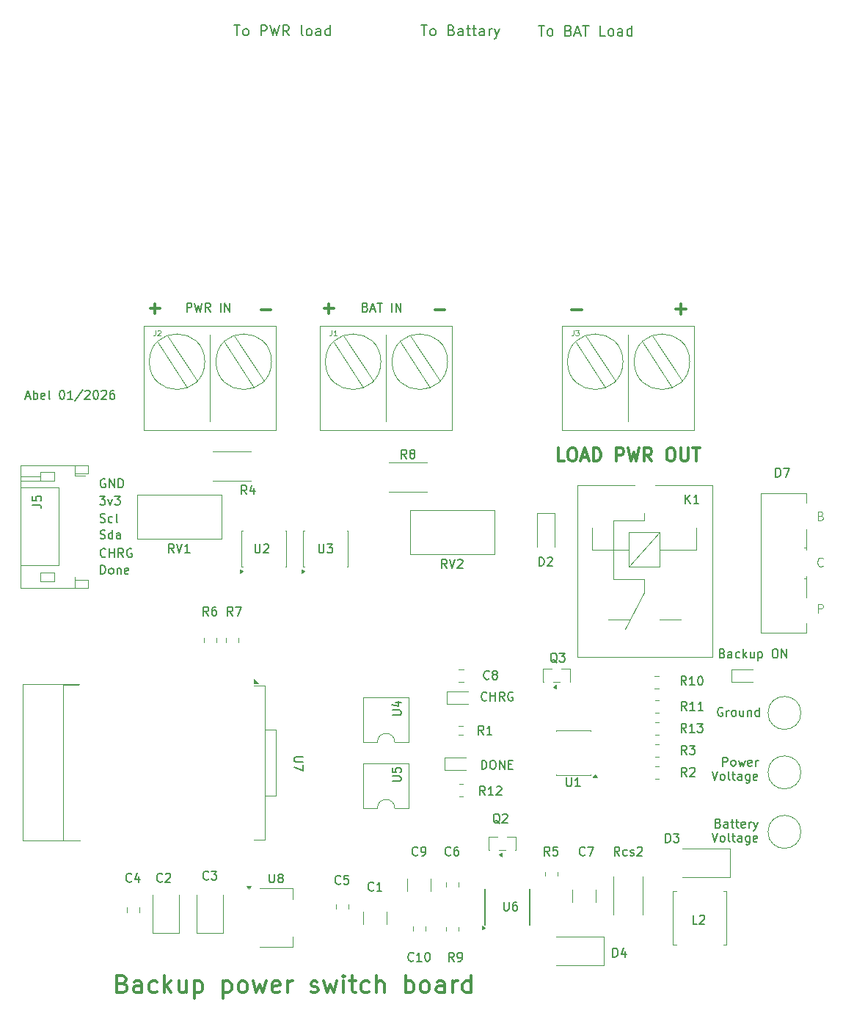
<source format=gbr>
%TF.GenerationSoftware,KiCad,Pcbnew,9.0.6*%
%TF.CreationDate,2026-01-17T02:02:38+03:00*%
%TF.ProjectId,Backup power switch 12v Module,4261636b-7570-4207-906f-776572207377,rev?*%
%TF.SameCoordinates,Original*%
%TF.FileFunction,Legend,Top*%
%TF.FilePolarity,Positive*%
%FSLAX46Y46*%
G04 Gerber Fmt 4.6, Leading zero omitted, Abs format (unit mm)*
G04 Created by KiCad (PCBNEW 9.0.6) date 2026-01-17 02:02:38*
%MOMM*%
%LPD*%
G01*
G04 APERTURE LIST*
%ADD10C,0.200000*%
%ADD11C,0.150000*%
%ADD12C,0.100000*%
%ADD13C,0.300000*%
%ADD14C,0.125000*%
%ADD15C,0.120000*%
G04 APERTURE END LIST*
D10*
X136135863Y-25312742D02*
X136821578Y-25312742D01*
X136478720Y-26512742D02*
X136478720Y-25312742D01*
X137393006Y-26512742D02*
X137278721Y-26455600D01*
X137278721Y-26455600D02*
X137221578Y-26398457D01*
X137221578Y-26398457D02*
X137164435Y-26284171D01*
X137164435Y-26284171D02*
X137164435Y-25941314D01*
X137164435Y-25941314D02*
X137221578Y-25827028D01*
X137221578Y-25827028D02*
X137278721Y-25769885D01*
X137278721Y-25769885D02*
X137393006Y-25712742D01*
X137393006Y-25712742D02*
X137564435Y-25712742D01*
X137564435Y-25712742D02*
X137678721Y-25769885D01*
X137678721Y-25769885D02*
X137735864Y-25827028D01*
X137735864Y-25827028D02*
X137793006Y-25941314D01*
X137793006Y-25941314D02*
X137793006Y-26284171D01*
X137793006Y-26284171D02*
X137735864Y-26398457D01*
X137735864Y-26398457D02*
X137678721Y-26455600D01*
X137678721Y-26455600D02*
X137564435Y-26512742D01*
X137564435Y-26512742D02*
X137393006Y-26512742D01*
X139621578Y-25884171D02*
X139793006Y-25941314D01*
X139793006Y-25941314D02*
X139850149Y-25998457D01*
X139850149Y-25998457D02*
X139907292Y-26112742D01*
X139907292Y-26112742D02*
X139907292Y-26284171D01*
X139907292Y-26284171D02*
X139850149Y-26398457D01*
X139850149Y-26398457D02*
X139793006Y-26455600D01*
X139793006Y-26455600D02*
X139678721Y-26512742D01*
X139678721Y-26512742D02*
X139221578Y-26512742D01*
X139221578Y-26512742D02*
X139221578Y-25312742D01*
X139221578Y-25312742D02*
X139621578Y-25312742D01*
X139621578Y-25312742D02*
X139735864Y-25369885D01*
X139735864Y-25369885D02*
X139793006Y-25427028D01*
X139793006Y-25427028D02*
X139850149Y-25541314D01*
X139850149Y-25541314D02*
X139850149Y-25655600D01*
X139850149Y-25655600D02*
X139793006Y-25769885D01*
X139793006Y-25769885D02*
X139735864Y-25827028D01*
X139735864Y-25827028D02*
X139621578Y-25884171D01*
X139621578Y-25884171D02*
X139221578Y-25884171D01*
X140935864Y-26512742D02*
X140935864Y-25884171D01*
X140935864Y-25884171D02*
X140878721Y-25769885D01*
X140878721Y-25769885D02*
X140764435Y-25712742D01*
X140764435Y-25712742D02*
X140535864Y-25712742D01*
X140535864Y-25712742D02*
X140421578Y-25769885D01*
X140935864Y-26455600D02*
X140821578Y-26512742D01*
X140821578Y-26512742D02*
X140535864Y-26512742D01*
X140535864Y-26512742D02*
X140421578Y-26455600D01*
X140421578Y-26455600D02*
X140364435Y-26341314D01*
X140364435Y-26341314D02*
X140364435Y-26227028D01*
X140364435Y-26227028D02*
X140421578Y-26112742D01*
X140421578Y-26112742D02*
X140535864Y-26055600D01*
X140535864Y-26055600D02*
X140821578Y-26055600D01*
X140821578Y-26055600D02*
X140935864Y-25998457D01*
X141335863Y-25712742D02*
X141793006Y-25712742D01*
X141507292Y-25312742D02*
X141507292Y-26341314D01*
X141507292Y-26341314D02*
X141564435Y-26455600D01*
X141564435Y-26455600D02*
X141678720Y-26512742D01*
X141678720Y-26512742D02*
X141793006Y-26512742D01*
X142021577Y-25712742D02*
X142478720Y-25712742D01*
X142193006Y-25312742D02*
X142193006Y-26341314D01*
X142193006Y-26341314D02*
X142250149Y-26455600D01*
X142250149Y-26455600D02*
X142364434Y-26512742D01*
X142364434Y-26512742D02*
X142478720Y-26512742D01*
X143393006Y-26512742D02*
X143393006Y-25884171D01*
X143393006Y-25884171D02*
X143335863Y-25769885D01*
X143335863Y-25769885D02*
X143221577Y-25712742D01*
X143221577Y-25712742D02*
X142993006Y-25712742D01*
X142993006Y-25712742D02*
X142878720Y-25769885D01*
X143393006Y-26455600D02*
X143278720Y-26512742D01*
X143278720Y-26512742D02*
X142993006Y-26512742D01*
X142993006Y-26512742D02*
X142878720Y-26455600D01*
X142878720Y-26455600D02*
X142821577Y-26341314D01*
X142821577Y-26341314D02*
X142821577Y-26227028D01*
X142821577Y-26227028D02*
X142878720Y-26112742D01*
X142878720Y-26112742D02*
X142993006Y-26055600D01*
X142993006Y-26055600D02*
X143278720Y-26055600D01*
X143278720Y-26055600D02*
X143393006Y-25998457D01*
X143964434Y-26512742D02*
X143964434Y-25712742D01*
X143964434Y-25941314D02*
X144021577Y-25827028D01*
X144021577Y-25827028D02*
X144078720Y-25769885D01*
X144078720Y-25769885D02*
X144193005Y-25712742D01*
X144193005Y-25712742D02*
X144307291Y-25712742D01*
X144593005Y-25712742D02*
X144878719Y-26512742D01*
X145164434Y-25712742D02*
X144878719Y-26512742D01*
X144878719Y-26512742D02*
X144764434Y-26798457D01*
X144764434Y-26798457D02*
X144707291Y-26855600D01*
X144707291Y-26855600D02*
X144593005Y-26912742D01*
D11*
X99047541Y-79641819D02*
X99666588Y-79641819D01*
X99666588Y-79641819D02*
X99333255Y-80022771D01*
X99333255Y-80022771D02*
X99476112Y-80022771D01*
X99476112Y-80022771D02*
X99571350Y-80070390D01*
X99571350Y-80070390D02*
X99618969Y-80118009D01*
X99618969Y-80118009D02*
X99666588Y-80213247D01*
X99666588Y-80213247D02*
X99666588Y-80451342D01*
X99666588Y-80451342D02*
X99618969Y-80546580D01*
X99618969Y-80546580D02*
X99571350Y-80594200D01*
X99571350Y-80594200D02*
X99476112Y-80641819D01*
X99476112Y-80641819D02*
X99190398Y-80641819D01*
X99190398Y-80641819D02*
X99095160Y-80594200D01*
X99095160Y-80594200D02*
X99047541Y-80546580D01*
X99999922Y-79975152D02*
X100238017Y-80641819D01*
X100238017Y-80641819D02*
X100476112Y-79975152D01*
X100761827Y-79641819D02*
X101380874Y-79641819D01*
X101380874Y-79641819D02*
X101047541Y-80022771D01*
X101047541Y-80022771D02*
X101190398Y-80022771D01*
X101190398Y-80022771D02*
X101285636Y-80070390D01*
X101285636Y-80070390D02*
X101333255Y-80118009D01*
X101333255Y-80118009D02*
X101380874Y-80213247D01*
X101380874Y-80213247D02*
X101380874Y-80451342D01*
X101380874Y-80451342D02*
X101333255Y-80546580D01*
X101333255Y-80546580D02*
X101285636Y-80594200D01*
X101285636Y-80594200D02*
X101190398Y-80641819D01*
X101190398Y-80641819D02*
X100904684Y-80641819D01*
X100904684Y-80641819D02*
X100809446Y-80594200D01*
X100809446Y-80594200D02*
X100761827Y-80546580D01*
X99142779Y-88617419D02*
X99142779Y-87617419D01*
X99142779Y-87617419D02*
X99380874Y-87617419D01*
X99380874Y-87617419D02*
X99523731Y-87665038D01*
X99523731Y-87665038D02*
X99618969Y-87760276D01*
X99618969Y-87760276D02*
X99666588Y-87855514D01*
X99666588Y-87855514D02*
X99714207Y-88045990D01*
X99714207Y-88045990D02*
X99714207Y-88188847D01*
X99714207Y-88188847D02*
X99666588Y-88379323D01*
X99666588Y-88379323D02*
X99618969Y-88474561D01*
X99618969Y-88474561D02*
X99523731Y-88569800D01*
X99523731Y-88569800D02*
X99380874Y-88617419D01*
X99380874Y-88617419D02*
X99142779Y-88617419D01*
X100285636Y-88617419D02*
X100190398Y-88569800D01*
X100190398Y-88569800D02*
X100142779Y-88522180D01*
X100142779Y-88522180D02*
X100095160Y-88426942D01*
X100095160Y-88426942D02*
X100095160Y-88141228D01*
X100095160Y-88141228D02*
X100142779Y-88045990D01*
X100142779Y-88045990D02*
X100190398Y-87998371D01*
X100190398Y-87998371D02*
X100285636Y-87950752D01*
X100285636Y-87950752D02*
X100428493Y-87950752D01*
X100428493Y-87950752D02*
X100523731Y-87998371D01*
X100523731Y-87998371D02*
X100571350Y-88045990D01*
X100571350Y-88045990D02*
X100618969Y-88141228D01*
X100618969Y-88141228D02*
X100618969Y-88426942D01*
X100618969Y-88426942D02*
X100571350Y-88522180D01*
X100571350Y-88522180D02*
X100523731Y-88569800D01*
X100523731Y-88569800D02*
X100428493Y-88617419D01*
X100428493Y-88617419D02*
X100285636Y-88617419D01*
X101047541Y-87950752D02*
X101047541Y-88617419D01*
X101047541Y-88045990D02*
X101095160Y-87998371D01*
X101095160Y-87998371D02*
X101190398Y-87950752D01*
X101190398Y-87950752D02*
X101333255Y-87950752D01*
X101333255Y-87950752D02*
X101428493Y-87998371D01*
X101428493Y-87998371D02*
X101476112Y-88093609D01*
X101476112Y-88093609D02*
X101476112Y-88617419D01*
X102333255Y-88569800D02*
X102238017Y-88617419D01*
X102238017Y-88617419D02*
X102047541Y-88617419D01*
X102047541Y-88617419D02*
X101952303Y-88569800D01*
X101952303Y-88569800D02*
X101904684Y-88474561D01*
X101904684Y-88474561D02*
X101904684Y-88093609D01*
X101904684Y-88093609D02*
X101952303Y-87998371D01*
X101952303Y-87998371D02*
X102047541Y-87950752D01*
X102047541Y-87950752D02*
X102238017Y-87950752D01*
X102238017Y-87950752D02*
X102333255Y-87998371D01*
X102333255Y-87998371D02*
X102380874Y-88093609D01*
X102380874Y-88093609D02*
X102380874Y-88188847D01*
X102380874Y-88188847D02*
X101904684Y-88284085D01*
D12*
X182247217Y-81898609D02*
X182390074Y-81946228D01*
X182390074Y-81946228D02*
X182437693Y-81993847D01*
X182437693Y-81993847D02*
X182485312Y-82089085D01*
X182485312Y-82089085D02*
X182485312Y-82231942D01*
X182485312Y-82231942D02*
X182437693Y-82327180D01*
X182437693Y-82327180D02*
X182390074Y-82374800D01*
X182390074Y-82374800D02*
X182294836Y-82422419D01*
X182294836Y-82422419D02*
X181913884Y-82422419D01*
X181913884Y-82422419D02*
X181913884Y-81422419D01*
X181913884Y-81422419D02*
X182247217Y-81422419D01*
X182247217Y-81422419D02*
X182342455Y-81470038D01*
X182342455Y-81470038D02*
X182390074Y-81517657D01*
X182390074Y-81517657D02*
X182437693Y-81612895D01*
X182437693Y-81612895D02*
X182437693Y-81708133D01*
X182437693Y-81708133D02*
X182390074Y-81803371D01*
X182390074Y-81803371D02*
X182342455Y-81850990D01*
X182342455Y-81850990D02*
X182247217Y-81898609D01*
X182247217Y-81898609D02*
X181913884Y-81898609D01*
D11*
X99095160Y-84505800D02*
X99238017Y-84553419D01*
X99238017Y-84553419D02*
X99476112Y-84553419D01*
X99476112Y-84553419D02*
X99571350Y-84505800D01*
X99571350Y-84505800D02*
X99618969Y-84458180D01*
X99618969Y-84458180D02*
X99666588Y-84362942D01*
X99666588Y-84362942D02*
X99666588Y-84267704D01*
X99666588Y-84267704D02*
X99618969Y-84172466D01*
X99618969Y-84172466D02*
X99571350Y-84124847D01*
X99571350Y-84124847D02*
X99476112Y-84077228D01*
X99476112Y-84077228D02*
X99285636Y-84029609D01*
X99285636Y-84029609D02*
X99190398Y-83981990D01*
X99190398Y-83981990D02*
X99142779Y-83934371D01*
X99142779Y-83934371D02*
X99095160Y-83839133D01*
X99095160Y-83839133D02*
X99095160Y-83743895D01*
X99095160Y-83743895D02*
X99142779Y-83648657D01*
X99142779Y-83648657D02*
X99190398Y-83601038D01*
X99190398Y-83601038D02*
X99285636Y-83553419D01*
X99285636Y-83553419D02*
X99523731Y-83553419D01*
X99523731Y-83553419D02*
X99666588Y-83601038D01*
X100523731Y-84553419D02*
X100523731Y-83553419D01*
X100523731Y-84505800D02*
X100428493Y-84553419D01*
X100428493Y-84553419D02*
X100238017Y-84553419D01*
X100238017Y-84553419D02*
X100142779Y-84505800D01*
X100142779Y-84505800D02*
X100095160Y-84458180D01*
X100095160Y-84458180D02*
X100047541Y-84362942D01*
X100047541Y-84362942D02*
X100047541Y-84077228D01*
X100047541Y-84077228D02*
X100095160Y-83981990D01*
X100095160Y-83981990D02*
X100142779Y-83934371D01*
X100142779Y-83934371D02*
X100238017Y-83886752D01*
X100238017Y-83886752D02*
X100428493Y-83886752D01*
X100428493Y-83886752D02*
X100523731Y-83934371D01*
X101428493Y-84553419D02*
X101428493Y-84029609D01*
X101428493Y-84029609D02*
X101380874Y-83934371D01*
X101380874Y-83934371D02*
X101285636Y-83886752D01*
X101285636Y-83886752D02*
X101095160Y-83886752D01*
X101095160Y-83886752D02*
X100999922Y-83934371D01*
X101428493Y-84505800D02*
X101333255Y-84553419D01*
X101333255Y-84553419D02*
X101095160Y-84553419D01*
X101095160Y-84553419D02*
X100999922Y-84505800D01*
X100999922Y-84505800D02*
X100952303Y-84410561D01*
X100952303Y-84410561D02*
X100952303Y-84315323D01*
X100952303Y-84315323D02*
X100999922Y-84220085D01*
X100999922Y-84220085D02*
X101095160Y-84172466D01*
X101095160Y-84172466D02*
X101333255Y-84172466D01*
X101333255Y-84172466D02*
X101428493Y-84124847D01*
D12*
X181913884Y-93090419D02*
X181913884Y-92090419D01*
X181913884Y-92090419D02*
X182294836Y-92090419D01*
X182294836Y-92090419D02*
X182390074Y-92138038D01*
X182390074Y-92138038D02*
X182437693Y-92185657D01*
X182437693Y-92185657D02*
X182485312Y-92280895D01*
X182485312Y-92280895D02*
X182485312Y-92423752D01*
X182485312Y-92423752D02*
X182437693Y-92518990D01*
X182437693Y-92518990D02*
X182390074Y-92566609D01*
X182390074Y-92566609D02*
X182294836Y-92614228D01*
X182294836Y-92614228D02*
X181913884Y-92614228D01*
D13*
X154639489Y-58174600D02*
X153496632Y-58174600D01*
X125484600Y-57433367D02*
X125484600Y-58576225D01*
X124913171Y-58004796D02*
X126056028Y-58004796D01*
D10*
X170937945Y-110779275D02*
X170937945Y-109779275D01*
X170937945Y-109779275D02*
X171318897Y-109779275D01*
X171318897Y-109779275D02*
X171414135Y-109826894D01*
X171414135Y-109826894D02*
X171461754Y-109874513D01*
X171461754Y-109874513D02*
X171509373Y-109969751D01*
X171509373Y-109969751D02*
X171509373Y-110112608D01*
X171509373Y-110112608D02*
X171461754Y-110207846D01*
X171461754Y-110207846D02*
X171414135Y-110255465D01*
X171414135Y-110255465D02*
X171318897Y-110303084D01*
X171318897Y-110303084D02*
X170937945Y-110303084D01*
X172080802Y-110779275D02*
X171985564Y-110731656D01*
X171985564Y-110731656D02*
X171937945Y-110684036D01*
X171937945Y-110684036D02*
X171890326Y-110588798D01*
X171890326Y-110588798D02*
X171890326Y-110303084D01*
X171890326Y-110303084D02*
X171937945Y-110207846D01*
X171937945Y-110207846D02*
X171985564Y-110160227D01*
X171985564Y-110160227D02*
X172080802Y-110112608D01*
X172080802Y-110112608D02*
X172223659Y-110112608D01*
X172223659Y-110112608D02*
X172318897Y-110160227D01*
X172318897Y-110160227D02*
X172366516Y-110207846D01*
X172366516Y-110207846D02*
X172414135Y-110303084D01*
X172414135Y-110303084D02*
X172414135Y-110588798D01*
X172414135Y-110588798D02*
X172366516Y-110684036D01*
X172366516Y-110684036D02*
X172318897Y-110731656D01*
X172318897Y-110731656D02*
X172223659Y-110779275D01*
X172223659Y-110779275D02*
X172080802Y-110779275D01*
X172747469Y-110112608D02*
X172937945Y-110779275D01*
X172937945Y-110779275D02*
X173128421Y-110303084D01*
X173128421Y-110303084D02*
X173318897Y-110779275D01*
X173318897Y-110779275D02*
X173509373Y-110112608D01*
X174271278Y-110731656D02*
X174176040Y-110779275D01*
X174176040Y-110779275D02*
X173985564Y-110779275D01*
X173985564Y-110779275D02*
X173890326Y-110731656D01*
X173890326Y-110731656D02*
X173842707Y-110636417D01*
X173842707Y-110636417D02*
X173842707Y-110255465D01*
X173842707Y-110255465D02*
X173890326Y-110160227D01*
X173890326Y-110160227D02*
X173985564Y-110112608D01*
X173985564Y-110112608D02*
X174176040Y-110112608D01*
X174176040Y-110112608D02*
X174271278Y-110160227D01*
X174271278Y-110160227D02*
X174318897Y-110255465D01*
X174318897Y-110255465D02*
X174318897Y-110350703D01*
X174318897Y-110350703D02*
X173842707Y-110445941D01*
X174747469Y-110779275D02*
X174747469Y-110112608D01*
X174747469Y-110303084D02*
X174795088Y-110207846D01*
X174795088Y-110207846D02*
X174842707Y-110160227D01*
X174842707Y-110160227D02*
X174937945Y-110112608D01*
X174937945Y-110112608D02*
X175033183Y-110112608D01*
X169699849Y-111389219D02*
X170033182Y-112389219D01*
X170033182Y-112389219D02*
X170366515Y-111389219D01*
X170842706Y-112389219D02*
X170747468Y-112341600D01*
X170747468Y-112341600D02*
X170699849Y-112293980D01*
X170699849Y-112293980D02*
X170652230Y-112198742D01*
X170652230Y-112198742D02*
X170652230Y-111913028D01*
X170652230Y-111913028D02*
X170699849Y-111817790D01*
X170699849Y-111817790D02*
X170747468Y-111770171D01*
X170747468Y-111770171D02*
X170842706Y-111722552D01*
X170842706Y-111722552D02*
X170985563Y-111722552D01*
X170985563Y-111722552D02*
X171080801Y-111770171D01*
X171080801Y-111770171D02*
X171128420Y-111817790D01*
X171128420Y-111817790D02*
X171176039Y-111913028D01*
X171176039Y-111913028D02*
X171176039Y-112198742D01*
X171176039Y-112198742D02*
X171128420Y-112293980D01*
X171128420Y-112293980D02*
X171080801Y-112341600D01*
X171080801Y-112341600D02*
X170985563Y-112389219D01*
X170985563Y-112389219D02*
X170842706Y-112389219D01*
X171747468Y-112389219D02*
X171652230Y-112341600D01*
X171652230Y-112341600D02*
X171604611Y-112246361D01*
X171604611Y-112246361D02*
X171604611Y-111389219D01*
X171985564Y-111722552D02*
X172366516Y-111722552D01*
X172128421Y-111389219D02*
X172128421Y-112246361D01*
X172128421Y-112246361D02*
X172176040Y-112341600D01*
X172176040Y-112341600D02*
X172271278Y-112389219D01*
X172271278Y-112389219D02*
X172366516Y-112389219D01*
X173128421Y-112389219D02*
X173128421Y-111865409D01*
X173128421Y-111865409D02*
X173080802Y-111770171D01*
X173080802Y-111770171D02*
X172985564Y-111722552D01*
X172985564Y-111722552D02*
X172795088Y-111722552D01*
X172795088Y-111722552D02*
X172699850Y-111770171D01*
X173128421Y-112341600D02*
X173033183Y-112389219D01*
X173033183Y-112389219D02*
X172795088Y-112389219D01*
X172795088Y-112389219D02*
X172699850Y-112341600D01*
X172699850Y-112341600D02*
X172652231Y-112246361D01*
X172652231Y-112246361D02*
X172652231Y-112151123D01*
X172652231Y-112151123D02*
X172699850Y-112055885D01*
X172699850Y-112055885D02*
X172795088Y-112008266D01*
X172795088Y-112008266D02*
X173033183Y-112008266D01*
X173033183Y-112008266D02*
X173128421Y-111960647D01*
X174033183Y-111722552D02*
X174033183Y-112532076D01*
X174033183Y-112532076D02*
X173985564Y-112627314D01*
X173985564Y-112627314D02*
X173937945Y-112674933D01*
X173937945Y-112674933D02*
X173842707Y-112722552D01*
X173842707Y-112722552D02*
X173699850Y-112722552D01*
X173699850Y-112722552D02*
X173604612Y-112674933D01*
X174033183Y-112341600D02*
X173937945Y-112389219D01*
X173937945Y-112389219D02*
X173747469Y-112389219D01*
X173747469Y-112389219D02*
X173652231Y-112341600D01*
X173652231Y-112341600D02*
X173604612Y-112293980D01*
X173604612Y-112293980D02*
X173556993Y-112198742D01*
X173556993Y-112198742D02*
X173556993Y-111913028D01*
X173556993Y-111913028D02*
X173604612Y-111817790D01*
X173604612Y-111817790D02*
X173652231Y-111770171D01*
X173652231Y-111770171D02*
X173747469Y-111722552D01*
X173747469Y-111722552D02*
X173937945Y-111722552D01*
X173937945Y-111722552D02*
X174033183Y-111770171D01*
X174890326Y-112341600D02*
X174795088Y-112389219D01*
X174795088Y-112389219D02*
X174604612Y-112389219D01*
X174604612Y-112389219D02*
X174509374Y-112341600D01*
X174509374Y-112341600D02*
X174461755Y-112246361D01*
X174461755Y-112246361D02*
X174461755Y-111865409D01*
X174461755Y-111865409D02*
X174509374Y-111770171D01*
X174509374Y-111770171D02*
X174604612Y-111722552D01*
X174604612Y-111722552D02*
X174795088Y-111722552D01*
X174795088Y-111722552D02*
X174890326Y-111770171D01*
X174890326Y-111770171D02*
X174937945Y-111865409D01*
X174937945Y-111865409D02*
X174937945Y-111960647D01*
X174937945Y-111960647D02*
X174461755Y-112055885D01*
D11*
X99095160Y-82626200D02*
X99238017Y-82673819D01*
X99238017Y-82673819D02*
X99476112Y-82673819D01*
X99476112Y-82673819D02*
X99571350Y-82626200D01*
X99571350Y-82626200D02*
X99618969Y-82578580D01*
X99618969Y-82578580D02*
X99666588Y-82483342D01*
X99666588Y-82483342D02*
X99666588Y-82388104D01*
X99666588Y-82388104D02*
X99618969Y-82292866D01*
X99618969Y-82292866D02*
X99571350Y-82245247D01*
X99571350Y-82245247D02*
X99476112Y-82197628D01*
X99476112Y-82197628D02*
X99285636Y-82150009D01*
X99285636Y-82150009D02*
X99190398Y-82102390D01*
X99190398Y-82102390D02*
X99142779Y-82054771D01*
X99142779Y-82054771D02*
X99095160Y-81959533D01*
X99095160Y-81959533D02*
X99095160Y-81864295D01*
X99095160Y-81864295D02*
X99142779Y-81769057D01*
X99142779Y-81769057D02*
X99190398Y-81721438D01*
X99190398Y-81721438D02*
X99285636Y-81673819D01*
X99285636Y-81673819D02*
X99523731Y-81673819D01*
X99523731Y-81673819D02*
X99666588Y-81721438D01*
X100523731Y-82626200D02*
X100428493Y-82673819D01*
X100428493Y-82673819D02*
X100238017Y-82673819D01*
X100238017Y-82673819D02*
X100142779Y-82626200D01*
X100142779Y-82626200D02*
X100095160Y-82578580D01*
X100095160Y-82578580D02*
X100047541Y-82483342D01*
X100047541Y-82483342D02*
X100047541Y-82197628D01*
X100047541Y-82197628D02*
X100095160Y-82102390D01*
X100095160Y-82102390D02*
X100142779Y-82054771D01*
X100142779Y-82054771D02*
X100238017Y-82007152D01*
X100238017Y-82007152D02*
X100428493Y-82007152D01*
X100428493Y-82007152D02*
X100523731Y-82054771D01*
X101095160Y-82673819D02*
X100999922Y-82626200D01*
X100999922Y-82626200D02*
X100952303Y-82530961D01*
X100952303Y-82530961D02*
X100952303Y-81673819D01*
X99666588Y-77708238D02*
X99571350Y-77660619D01*
X99571350Y-77660619D02*
X99428493Y-77660619D01*
X99428493Y-77660619D02*
X99285636Y-77708238D01*
X99285636Y-77708238D02*
X99190398Y-77803476D01*
X99190398Y-77803476D02*
X99142779Y-77898714D01*
X99142779Y-77898714D02*
X99095160Y-78089190D01*
X99095160Y-78089190D02*
X99095160Y-78232047D01*
X99095160Y-78232047D02*
X99142779Y-78422523D01*
X99142779Y-78422523D02*
X99190398Y-78517761D01*
X99190398Y-78517761D02*
X99285636Y-78613000D01*
X99285636Y-78613000D02*
X99428493Y-78660619D01*
X99428493Y-78660619D02*
X99523731Y-78660619D01*
X99523731Y-78660619D02*
X99666588Y-78613000D01*
X99666588Y-78613000D02*
X99714207Y-78565380D01*
X99714207Y-78565380D02*
X99714207Y-78232047D01*
X99714207Y-78232047D02*
X99523731Y-78232047D01*
X100142779Y-78660619D02*
X100142779Y-77660619D01*
X100142779Y-77660619D02*
X100714207Y-78660619D01*
X100714207Y-78660619D02*
X100714207Y-77660619D01*
X101190398Y-78660619D02*
X101190398Y-77660619D01*
X101190398Y-77660619D02*
X101428493Y-77660619D01*
X101428493Y-77660619D02*
X101571350Y-77708238D01*
X101571350Y-77708238D02*
X101666588Y-77803476D01*
X101666588Y-77803476D02*
X101714207Y-77898714D01*
X101714207Y-77898714D02*
X101761826Y-78089190D01*
X101761826Y-78089190D02*
X101761826Y-78232047D01*
X101761826Y-78232047D02*
X101714207Y-78422523D01*
X101714207Y-78422523D02*
X101666588Y-78517761D01*
X101666588Y-78517761D02*
X101571350Y-78613000D01*
X101571350Y-78613000D02*
X101428493Y-78660619D01*
X101428493Y-78660619D02*
X101190398Y-78660619D01*
D13*
X105418600Y-57433367D02*
X105418600Y-58576225D01*
X104847171Y-58004796D02*
X105990028Y-58004796D01*
D10*
X170906230Y-104070838D02*
X170810992Y-104023219D01*
X170810992Y-104023219D02*
X170668135Y-104023219D01*
X170668135Y-104023219D02*
X170525278Y-104070838D01*
X170525278Y-104070838D02*
X170430040Y-104166076D01*
X170430040Y-104166076D02*
X170382421Y-104261314D01*
X170382421Y-104261314D02*
X170334802Y-104451790D01*
X170334802Y-104451790D02*
X170334802Y-104594647D01*
X170334802Y-104594647D02*
X170382421Y-104785123D01*
X170382421Y-104785123D02*
X170430040Y-104880361D01*
X170430040Y-104880361D02*
X170525278Y-104975600D01*
X170525278Y-104975600D02*
X170668135Y-105023219D01*
X170668135Y-105023219D02*
X170763373Y-105023219D01*
X170763373Y-105023219D02*
X170906230Y-104975600D01*
X170906230Y-104975600D02*
X170953849Y-104927980D01*
X170953849Y-104927980D02*
X170953849Y-104594647D01*
X170953849Y-104594647D02*
X170763373Y-104594647D01*
X171382421Y-105023219D02*
X171382421Y-104356552D01*
X171382421Y-104547028D02*
X171430040Y-104451790D01*
X171430040Y-104451790D02*
X171477659Y-104404171D01*
X171477659Y-104404171D02*
X171572897Y-104356552D01*
X171572897Y-104356552D02*
X171668135Y-104356552D01*
X172144326Y-105023219D02*
X172049088Y-104975600D01*
X172049088Y-104975600D02*
X172001469Y-104927980D01*
X172001469Y-104927980D02*
X171953850Y-104832742D01*
X171953850Y-104832742D02*
X171953850Y-104547028D01*
X171953850Y-104547028D02*
X172001469Y-104451790D01*
X172001469Y-104451790D02*
X172049088Y-104404171D01*
X172049088Y-104404171D02*
X172144326Y-104356552D01*
X172144326Y-104356552D02*
X172287183Y-104356552D01*
X172287183Y-104356552D02*
X172382421Y-104404171D01*
X172382421Y-104404171D02*
X172430040Y-104451790D01*
X172430040Y-104451790D02*
X172477659Y-104547028D01*
X172477659Y-104547028D02*
X172477659Y-104832742D01*
X172477659Y-104832742D02*
X172430040Y-104927980D01*
X172430040Y-104927980D02*
X172382421Y-104975600D01*
X172382421Y-104975600D02*
X172287183Y-105023219D01*
X172287183Y-105023219D02*
X172144326Y-105023219D01*
X173334802Y-104356552D02*
X173334802Y-105023219D01*
X172906231Y-104356552D02*
X172906231Y-104880361D01*
X172906231Y-104880361D02*
X172953850Y-104975600D01*
X172953850Y-104975600D02*
X173049088Y-105023219D01*
X173049088Y-105023219D02*
X173191945Y-105023219D01*
X173191945Y-105023219D02*
X173287183Y-104975600D01*
X173287183Y-104975600D02*
X173334802Y-104927980D01*
X173810993Y-104356552D02*
X173810993Y-105023219D01*
X173810993Y-104451790D02*
X173858612Y-104404171D01*
X173858612Y-104404171D02*
X173953850Y-104356552D01*
X173953850Y-104356552D02*
X174096707Y-104356552D01*
X174096707Y-104356552D02*
X174191945Y-104404171D01*
X174191945Y-104404171D02*
X174239564Y-104499409D01*
X174239564Y-104499409D02*
X174239564Y-105023219D01*
X175144326Y-105023219D02*
X175144326Y-104023219D01*
X175144326Y-104975600D02*
X175049088Y-105023219D01*
X175049088Y-105023219D02*
X174858612Y-105023219D01*
X174858612Y-105023219D02*
X174763374Y-104975600D01*
X174763374Y-104975600D02*
X174715755Y-104927980D01*
X174715755Y-104927980D02*
X174668136Y-104832742D01*
X174668136Y-104832742D02*
X174668136Y-104547028D01*
X174668136Y-104547028D02*
X174715755Y-104451790D01*
X174715755Y-104451790D02*
X174763374Y-104404171D01*
X174763374Y-104404171D02*
X174858612Y-104356552D01*
X174858612Y-104356552D02*
X175049088Y-104356552D01*
X175049088Y-104356552D02*
X175144326Y-104404171D01*
D13*
X117648510Y-58157400D02*
X118791368Y-58157400D01*
D10*
X170883006Y-97768409D02*
X171025863Y-97816028D01*
X171025863Y-97816028D02*
X171073482Y-97863647D01*
X171073482Y-97863647D02*
X171121101Y-97958885D01*
X171121101Y-97958885D02*
X171121101Y-98101742D01*
X171121101Y-98101742D02*
X171073482Y-98196980D01*
X171073482Y-98196980D02*
X171025863Y-98244600D01*
X171025863Y-98244600D02*
X170930625Y-98292219D01*
X170930625Y-98292219D02*
X170549673Y-98292219D01*
X170549673Y-98292219D02*
X170549673Y-97292219D01*
X170549673Y-97292219D02*
X170883006Y-97292219D01*
X170883006Y-97292219D02*
X170978244Y-97339838D01*
X170978244Y-97339838D02*
X171025863Y-97387457D01*
X171025863Y-97387457D02*
X171073482Y-97482695D01*
X171073482Y-97482695D02*
X171073482Y-97577933D01*
X171073482Y-97577933D02*
X171025863Y-97673171D01*
X171025863Y-97673171D02*
X170978244Y-97720790D01*
X170978244Y-97720790D02*
X170883006Y-97768409D01*
X170883006Y-97768409D02*
X170549673Y-97768409D01*
X171978244Y-98292219D02*
X171978244Y-97768409D01*
X171978244Y-97768409D02*
X171930625Y-97673171D01*
X171930625Y-97673171D02*
X171835387Y-97625552D01*
X171835387Y-97625552D02*
X171644911Y-97625552D01*
X171644911Y-97625552D02*
X171549673Y-97673171D01*
X171978244Y-98244600D02*
X171883006Y-98292219D01*
X171883006Y-98292219D02*
X171644911Y-98292219D01*
X171644911Y-98292219D02*
X171549673Y-98244600D01*
X171549673Y-98244600D02*
X171502054Y-98149361D01*
X171502054Y-98149361D02*
X171502054Y-98054123D01*
X171502054Y-98054123D02*
X171549673Y-97958885D01*
X171549673Y-97958885D02*
X171644911Y-97911266D01*
X171644911Y-97911266D02*
X171883006Y-97911266D01*
X171883006Y-97911266D02*
X171978244Y-97863647D01*
X172883006Y-98244600D02*
X172787768Y-98292219D01*
X172787768Y-98292219D02*
X172597292Y-98292219D01*
X172597292Y-98292219D02*
X172502054Y-98244600D01*
X172502054Y-98244600D02*
X172454435Y-98196980D01*
X172454435Y-98196980D02*
X172406816Y-98101742D01*
X172406816Y-98101742D02*
X172406816Y-97816028D01*
X172406816Y-97816028D02*
X172454435Y-97720790D01*
X172454435Y-97720790D02*
X172502054Y-97673171D01*
X172502054Y-97673171D02*
X172597292Y-97625552D01*
X172597292Y-97625552D02*
X172787768Y-97625552D01*
X172787768Y-97625552D02*
X172883006Y-97673171D01*
X173311578Y-98292219D02*
X173311578Y-97292219D01*
X173406816Y-97911266D02*
X173692530Y-98292219D01*
X173692530Y-97625552D02*
X173311578Y-98006504D01*
X174549673Y-97625552D02*
X174549673Y-98292219D01*
X174121102Y-97625552D02*
X174121102Y-98149361D01*
X174121102Y-98149361D02*
X174168721Y-98244600D01*
X174168721Y-98244600D02*
X174263959Y-98292219D01*
X174263959Y-98292219D02*
X174406816Y-98292219D01*
X174406816Y-98292219D02*
X174502054Y-98244600D01*
X174502054Y-98244600D02*
X174549673Y-98196980D01*
X175025864Y-97625552D02*
X175025864Y-98625552D01*
X175025864Y-97673171D02*
X175121102Y-97625552D01*
X175121102Y-97625552D02*
X175311578Y-97625552D01*
X175311578Y-97625552D02*
X175406816Y-97673171D01*
X175406816Y-97673171D02*
X175454435Y-97720790D01*
X175454435Y-97720790D02*
X175502054Y-97816028D01*
X175502054Y-97816028D02*
X175502054Y-98101742D01*
X175502054Y-98101742D02*
X175454435Y-98196980D01*
X175454435Y-98196980D02*
X175406816Y-98244600D01*
X175406816Y-98244600D02*
X175311578Y-98292219D01*
X175311578Y-98292219D02*
X175121102Y-98292219D01*
X175121102Y-98292219D02*
X175025864Y-98244600D01*
X176883007Y-97292219D02*
X177073483Y-97292219D01*
X177073483Y-97292219D02*
X177168721Y-97339838D01*
X177168721Y-97339838D02*
X177263959Y-97435076D01*
X177263959Y-97435076D02*
X177311578Y-97625552D01*
X177311578Y-97625552D02*
X177311578Y-97958885D01*
X177311578Y-97958885D02*
X177263959Y-98149361D01*
X177263959Y-98149361D02*
X177168721Y-98244600D01*
X177168721Y-98244600D02*
X177073483Y-98292219D01*
X177073483Y-98292219D02*
X176883007Y-98292219D01*
X176883007Y-98292219D02*
X176787769Y-98244600D01*
X176787769Y-98244600D02*
X176692531Y-98149361D01*
X176692531Y-98149361D02*
X176644912Y-97958885D01*
X176644912Y-97958885D02*
X176644912Y-97625552D01*
X176644912Y-97625552D02*
X176692531Y-97435076D01*
X176692531Y-97435076D02*
X176787769Y-97339838D01*
X176787769Y-97339838D02*
X176883007Y-97292219D01*
X177740150Y-98292219D02*
X177740150Y-97292219D01*
X177740150Y-97292219D02*
X178311578Y-98292219D01*
X178311578Y-98292219D02*
X178311578Y-97292219D01*
X114545863Y-25312742D02*
X115231578Y-25312742D01*
X114888720Y-26512742D02*
X114888720Y-25312742D01*
X115803006Y-26512742D02*
X115688721Y-26455600D01*
X115688721Y-26455600D02*
X115631578Y-26398457D01*
X115631578Y-26398457D02*
X115574435Y-26284171D01*
X115574435Y-26284171D02*
X115574435Y-25941314D01*
X115574435Y-25941314D02*
X115631578Y-25827028D01*
X115631578Y-25827028D02*
X115688721Y-25769885D01*
X115688721Y-25769885D02*
X115803006Y-25712742D01*
X115803006Y-25712742D02*
X115974435Y-25712742D01*
X115974435Y-25712742D02*
X116088721Y-25769885D01*
X116088721Y-25769885D02*
X116145864Y-25827028D01*
X116145864Y-25827028D02*
X116203006Y-25941314D01*
X116203006Y-25941314D02*
X116203006Y-26284171D01*
X116203006Y-26284171D02*
X116145864Y-26398457D01*
X116145864Y-26398457D02*
X116088721Y-26455600D01*
X116088721Y-26455600D02*
X115974435Y-26512742D01*
X115974435Y-26512742D02*
X115803006Y-26512742D01*
X117631578Y-26512742D02*
X117631578Y-25312742D01*
X117631578Y-25312742D02*
X118088721Y-25312742D01*
X118088721Y-25312742D02*
X118203006Y-25369885D01*
X118203006Y-25369885D02*
X118260149Y-25427028D01*
X118260149Y-25427028D02*
X118317292Y-25541314D01*
X118317292Y-25541314D02*
X118317292Y-25712742D01*
X118317292Y-25712742D02*
X118260149Y-25827028D01*
X118260149Y-25827028D02*
X118203006Y-25884171D01*
X118203006Y-25884171D02*
X118088721Y-25941314D01*
X118088721Y-25941314D02*
X117631578Y-25941314D01*
X118717292Y-25312742D02*
X119003006Y-26512742D01*
X119003006Y-26512742D02*
X119231578Y-25655600D01*
X119231578Y-25655600D02*
X119460149Y-26512742D01*
X119460149Y-26512742D02*
X119745864Y-25312742D01*
X120888721Y-26512742D02*
X120488721Y-25941314D01*
X120203007Y-26512742D02*
X120203007Y-25312742D01*
X120203007Y-25312742D02*
X120660150Y-25312742D01*
X120660150Y-25312742D02*
X120774435Y-25369885D01*
X120774435Y-25369885D02*
X120831578Y-25427028D01*
X120831578Y-25427028D02*
X120888721Y-25541314D01*
X120888721Y-25541314D02*
X120888721Y-25712742D01*
X120888721Y-25712742D02*
X120831578Y-25827028D01*
X120831578Y-25827028D02*
X120774435Y-25884171D01*
X120774435Y-25884171D02*
X120660150Y-25941314D01*
X120660150Y-25941314D02*
X120203007Y-25941314D01*
X122488721Y-26512742D02*
X122374436Y-26455600D01*
X122374436Y-26455600D02*
X122317293Y-26341314D01*
X122317293Y-26341314D02*
X122317293Y-25312742D01*
X123117292Y-26512742D02*
X123003007Y-26455600D01*
X123003007Y-26455600D02*
X122945864Y-26398457D01*
X122945864Y-26398457D02*
X122888721Y-26284171D01*
X122888721Y-26284171D02*
X122888721Y-25941314D01*
X122888721Y-25941314D02*
X122945864Y-25827028D01*
X122945864Y-25827028D02*
X123003007Y-25769885D01*
X123003007Y-25769885D02*
X123117292Y-25712742D01*
X123117292Y-25712742D02*
X123288721Y-25712742D01*
X123288721Y-25712742D02*
X123403007Y-25769885D01*
X123403007Y-25769885D02*
X123460150Y-25827028D01*
X123460150Y-25827028D02*
X123517292Y-25941314D01*
X123517292Y-25941314D02*
X123517292Y-26284171D01*
X123517292Y-26284171D02*
X123460150Y-26398457D01*
X123460150Y-26398457D02*
X123403007Y-26455600D01*
X123403007Y-26455600D02*
X123288721Y-26512742D01*
X123288721Y-26512742D02*
X123117292Y-26512742D01*
X124545864Y-26512742D02*
X124545864Y-25884171D01*
X124545864Y-25884171D02*
X124488721Y-25769885D01*
X124488721Y-25769885D02*
X124374435Y-25712742D01*
X124374435Y-25712742D02*
X124145864Y-25712742D01*
X124145864Y-25712742D02*
X124031578Y-25769885D01*
X124545864Y-26455600D02*
X124431578Y-26512742D01*
X124431578Y-26512742D02*
X124145864Y-26512742D01*
X124145864Y-26512742D02*
X124031578Y-26455600D01*
X124031578Y-26455600D02*
X123974435Y-26341314D01*
X123974435Y-26341314D02*
X123974435Y-26227028D01*
X123974435Y-26227028D02*
X124031578Y-26112742D01*
X124031578Y-26112742D02*
X124145864Y-26055600D01*
X124145864Y-26055600D02*
X124431578Y-26055600D01*
X124431578Y-26055600D02*
X124545864Y-25998457D01*
X125631578Y-26512742D02*
X125631578Y-25312742D01*
X125631578Y-26455600D02*
X125517292Y-26512742D01*
X125517292Y-26512742D02*
X125288720Y-26512742D01*
X125288720Y-26512742D02*
X125174435Y-26455600D01*
X125174435Y-26455600D02*
X125117292Y-26398457D01*
X125117292Y-26398457D02*
X125060149Y-26284171D01*
X125060149Y-26284171D02*
X125060149Y-25941314D01*
X125060149Y-25941314D02*
X125117292Y-25827028D01*
X125117292Y-25827028D02*
X125174435Y-25769885D01*
X125174435Y-25769885D02*
X125288720Y-25712742D01*
X125288720Y-25712742D02*
X125517292Y-25712742D01*
X125517292Y-25712742D02*
X125631578Y-25769885D01*
D13*
X101670225Y-135852019D02*
X101955939Y-135947257D01*
X101955939Y-135947257D02*
X102051177Y-136042495D01*
X102051177Y-136042495D02*
X102146415Y-136232971D01*
X102146415Y-136232971D02*
X102146415Y-136518685D01*
X102146415Y-136518685D02*
X102051177Y-136709161D01*
X102051177Y-136709161D02*
X101955939Y-136804400D01*
X101955939Y-136804400D02*
X101765463Y-136899638D01*
X101765463Y-136899638D02*
X101003558Y-136899638D01*
X101003558Y-136899638D02*
X101003558Y-134899638D01*
X101003558Y-134899638D02*
X101670225Y-134899638D01*
X101670225Y-134899638D02*
X101860701Y-134994876D01*
X101860701Y-134994876D02*
X101955939Y-135090114D01*
X101955939Y-135090114D02*
X102051177Y-135280590D01*
X102051177Y-135280590D02*
X102051177Y-135471066D01*
X102051177Y-135471066D02*
X101955939Y-135661542D01*
X101955939Y-135661542D02*
X101860701Y-135756780D01*
X101860701Y-135756780D02*
X101670225Y-135852019D01*
X101670225Y-135852019D02*
X101003558Y-135852019D01*
X103860701Y-136899638D02*
X103860701Y-135852019D01*
X103860701Y-135852019D02*
X103765463Y-135661542D01*
X103765463Y-135661542D02*
X103574987Y-135566304D01*
X103574987Y-135566304D02*
X103194034Y-135566304D01*
X103194034Y-135566304D02*
X103003558Y-135661542D01*
X103860701Y-136804400D02*
X103670225Y-136899638D01*
X103670225Y-136899638D02*
X103194034Y-136899638D01*
X103194034Y-136899638D02*
X103003558Y-136804400D01*
X103003558Y-136804400D02*
X102908320Y-136613923D01*
X102908320Y-136613923D02*
X102908320Y-136423447D01*
X102908320Y-136423447D02*
X103003558Y-136232971D01*
X103003558Y-136232971D02*
X103194034Y-136137733D01*
X103194034Y-136137733D02*
X103670225Y-136137733D01*
X103670225Y-136137733D02*
X103860701Y-136042495D01*
X105670225Y-136804400D02*
X105479749Y-136899638D01*
X105479749Y-136899638D02*
X105098796Y-136899638D01*
X105098796Y-136899638D02*
X104908320Y-136804400D01*
X104908320Y-136804400D02*
X104813082Y-136709161D01*
X104813082Y-136709161D02*
X104717844Y-136518685D01*
X104717844Y-136518685D02*
X104717844Y-135947257D01*
X104717844Y-135947257D02*
X104813082Y-135756780D01*
X104813082Y-135756780D02*
X104908320Y-135661542D01*
X104908320Y-135661542D02*
X105098796Y-135566304D01*
X105098796Y-135566304D02*
X105479749Y-135566304D01*
X105479749Y-135566304D02*
X105670225Y-135661542D01*
X106527368Y-136899638D02*
X106527368Y-134899638D01*
X106717844Y-136137733D02*
X107289273Y-136899638D01*
X107289273Y-135566304D02*
X106527368Y-136328209D01*
X109003559Y-135566304D02*
X109003559Y-136899638D01*
X108146416Y-135566304D02*
X108146416Y-136613923D01*
X108146416Y-136613923D02*
X108241654Y-136804400D01*
X108241654Y-136804400D02*
X108432130Y-136899638D01*
X108432130Y-136899638D02*
X108717845Y-136899638D01*
X108717845Y-136899638D02*
X108908321Y-136804400D01*
X108908321Y-136804400D02*
X109003559Y-136709161D01*
X109955940Y-135566304D02*
X109955940Y-137566304D01*
X109955940Y-135661542D02*
X110146416Y-135566304D01*
X110146416Y-135566304D02*
X110527369Y-135566304D01*
X110527369Y-135566304D02*
X110717845Y-135661542D01*
X110717845Y-135661542D02*
X110813083Y-135756780D01*
X110813083Y-135756780D02*
X110908321Y-135947257D01*
X110908321Y-135947257D02*
X110908321Y-136518685D01*
X110908321Y-136518685D02*
X110813083Y-136709161D01*
X110813083Y-136709161D02*
X110717845Y-136804400D01*
X110717845Y-136804400D02*
X110527369Y-136899638D01*
X110527369Y-136899638D02*
X110146416Y-136899638D01*
X110146416Y-136899638D02*
X109955940Y-136804400D01*
X113289274Y-135566304D02*
X113289274Y-137566304D01*
X113289274Y-135661542D02*
X113479750Y-135566304D01*
X113479750Y-135566304D02*
X113860703Y-135566304D01*
X113860703Y-135566304D02*
X114051179Y-135661542D01*
X114051179Y-135661542D02*
X114146417Y-135756780D01*
X114146417Y-135756780D02*
X114241655Y-135947257D01*
X114241655Y-135947257D02*
X114241655Y-136518685D01*
X114241655Y-136518685D02*
X114146417Y-136709161D01*
X114146417Y-136709161D02*
X114051179Y-136804400D01*
X114051179Y-136804400D02*
X113860703Y-136899638D01*
X113860703Y-136899638D02*
X113479750Y-136899638D01*
X113479750Y-136899638D02*
X113289274Y-136804400D01*
X115384512Y-136899638D02*
X115194036Y-136804400D01*
X115194036Y-136804400D02*
X115098798Y-136709161D01*
X115098798Y-136709161D02*
X115003560Y-136518685D01*
X115003560Y-136518685D02*
X115003560Y-135947257D01*
X115003560Y-135947257D02*
X115098798Y-135756780D01*
X115098798Y-135756780D02*
X115194036Y-135661542D01*
X115194036Y-135661542D02*
X115384512Y-135566304D01*
X115384512Y-135566304D02*
X115670227Y-135566304D01*
X115670227Y-135566304D02*
X115860703Y-135661542D01*
X115860703Y-135661542D02*
X115955941Y-135756780D01*
X115955941Y-135756780D02*
X116051179Y-135947257D01*
X116051179Y-135947257D02*
X116051179Y-136518685D01*
X116051179Y-136518685D02*
X115955941Y-136709161D01*
X115955941Y-136709161D02*
X115860703Y-136804400D01*
X115860703Y-136804400D02*
X115670227Y-136899638D01*
X115670227Y-136899638D02*
X115384512Y-136899638D01*
X116717846Y-135566304D02*
X117098798Y-136899638D01*
X117098798Y-136899638D02*
X117479751Y-135947257D01*
X117479751Y-135947257D02*
X117860703Y-136899638D01*
X117860703Y-136899638D02*
X118241655Y-135566304D01*
X119765465Y-136804400D02*
X119574989Y-136899638D01*
X119574989Y-136899638D02*
X119194036Y-136899638D01*
X119194036Y-136899638D02*
X119003560Y-136804400D01*
X119003560Y-136804400D02*
X118908322Y-136613923D01*
X118908322Y-136613923D02*
X118908322Y-135852019D01*
X118908322Y-135852019D02*
X119003560Y-135661542D01*
X119003560Y-135661542D02*
X119194036Y-135566304D01*
X119194036Y-135566304D02*
X119574989Y-135566304D01*
X119574989Y-135566304D02*
X119765465Y-135661542D01*
X119765465Y-135661542D02*
X119860703Y-135852019D01*
X119860703Y-135852019D02*
X119860703Y-136042495D01*
X119860703Y-136042495D02*
X118908322Y-136232971D01*
X120717846Y-136899638D02*
X120717846Y-135566304D01*
X120717846Y-135947257D02*
X120813084Y-135756780D01*
X120813084Y-135756780D02*
X120908322Y-135661542D01*
X120908322Y-135661542D02*
X121098798Y-135566304D01*
X121098798Y-135566304D02*
X121289275Y-135566304D01*
X123384513Y-136804400D02*
X123574989Y-136899638D01*
X123574989Y-136899638D02*
X123955941Y-136899638D01*
X123955941Y-136899638D02*
X124146418Y-136804400D01*
X124146418Y-136804400D02*
X124241656Y-136613923D01*
X124241656Y-136613923D02*
X124241656Y-136518685D01*
X124241656Y-136518685D02*
X124146418Y-136328209D01*
X124146418Y-136328209D02*
X123955941Y-136232971D01*
X123955941Y-136232971D02*
X123670227Y-136232971D01*
X123670227Y-136232971D02*
X123479751Y-136137733D01*
X123479751Y-136137733D02*
X123384513Y-135947257D01*
X123384513Y-135947257D02*
X123384513Y-135852019D01*
X123384513Y-135852019D02*
X123479751Y-135661542D01*
X123479751Y-135661542D02*
X123670227Y-135566304D01*
X123670227Y-135566304D02*
X123955941Y-135566304D01*
X123955941Y-135566304D02*
X124146418Y-135661542D01*
X124908323Y-135566304D02*
X125289275Y-136899638D01*
X125289275Y-136899638D02*
X125670228Y-135947257D01*
X125670228Y-135947257D02*
X126051180Y-136899638D01*
X126051180Y-136899638D02*
X126432132Y-135566304D01*
X127194037Y-136899638D02*
X127194037Y-135566304D01*
X127194037Y-134899638D02*
X127098799Y-134994876D01*
X127098799Y-134994876D02*
X127194037Y-135090114D01*
X127194037Y-135090114D02*
X127289275Y-134994876D01*
X127289275Y-134994876D02*
X127194037Y-134899638D01*
X127194037Y-134899638D02*
X127194037Y-135090114D01*
X127860704Y-135566304D02*
X128622608Y-135566304D01*
X128146418Y-134899638D02*
X128146418Y-136613923D01*
X128146418Y-136613923D02*
X128241656Y-136804400D01*
X128241656Y-136804400D02*
X128432132Y-136899638D01*
X128432132Y-136899638D02*
X128622608Y-136899638D01*
X130146418Y-136804400D02*
X129955942Y-136899638D01*
X129955942Y-136899638D02*
X129574989Y-136899638D01*
X129574989Y-136899638D02*
X129384513Y-136804400D01*
X129384513Y-136804400D02*
X129289275Y-136709161D01*
X129289275Y-136709161D02*
X129194037Y-136518685D01*
X129194037Y-136518685D02*
X129194037Y-135947257D01*
X129194037Y-135947257D02*
X129289275Y-135756780D01*
X129289275Y-135756780D02*
X129384513Y-135661542D01*
X129384513Y-135661542D02*
X129574989Y-135566304D01*
X129574989Y-135566304D02*
X129955942Y-135566304D01*
X129955942Y-135566304D02*
X130146418Y-135661542D01*
X131003561Y-136899638D02*
X131003561Y-134899638D01*
X131860704Y-136899638D02*
X131860704Y-135852019D01*
X131860704Y-135852019D02*
X131765466Y-135661542D01*
X131765466Y-135661542D02*
X131574990Y-135566304D01*
X131574990Y-135566304D02*
X131289275Y-135566304D01*
X131289275Y-135566304D02*
X131098799Y-135661542D01*
X131098799Y-135661542D02*
X131003561Y-135756780D01*
X134336895Y-136899638D02*
X134336895Y-134899638D01*
X134336895Y-135661542D02*
X134527371Y-135566304D01*
X134527371Y-135566304D02*
X134908324Y-135566304D01*
X134908324Y-135566304D02*
X135098800Y-135661542D01*
X135098800Y-135661542D02*
X135194038Y-135756780D01*
X135194038Y-135756780D02*
X135289276Y-135947257D01*
X135289276Y-135947257D02*
X135289276Y-136518685D01*
X135289276Y-136518685D02*
X135194038Y-136709161D01*
X135194038Y-136709161D02*
X135098800Y-136804400D01*
X135098800Y-136804400D02*
X134908324Y-136899638D01*
X134908324Y-136899638D02*
X134527371Y-136899638D01*
X134527371Y-136899638D02*
X134336895Y-136804400D01*
X136432133Y-136899638D02*
X136241657Y-136804400D01*
X136241657Y-136804400D02*
X136146419Y-136709161D01*
X136146419Y-136709161D02*
X136051181Y-136518685D01*
X136051181Y-136518685D02*
X136051181Y-135947257D01*
X136051181Y-135947257D02*
X136146419Y-135756780D01*
X136146419Y-135756780D02*
X136241657Y-135661542D01*
X136241657Y-135661542D02*
X136432133Y-135566304D01*
X136432133Y-135566304D02*
X136717848Y-135566304D01*
X136717848Y-135566304D02*
X136908324Y-135661542D01*
X136908324Y-135661542D02*
X137003562Y-135756780D01*
X137003562Y-135756780D02*
X137098800Y-135947257D01*
X137098800Y-135947257D02*
X137098800Y-136518685D01*
X137098800Y-136518685D02*
X137003562Y-136709161D01*
X137003562Y-136709161D02*
X136908324Y-136804400D01*
X136908324Y-136804400D02*
X136717848Y-136899638D01*
X136717848Y-136899638D02*
X136432133Y-136899638D01*
X138813086Y-136899638D02*
X138813086Y-135852019D01*
X138813086Y-135852019D02*
X138717848Y-135661542D01*
X138717848Y-135661542D02*
X138527372Y-135566304D01*
X138527372Y-135566304D02*
X138146419Y-135566304D01*
X138146419Y-135566304D02*
X137955943Y-135661542D01*
X138813086Y-136804400D02*
X138622610Y-136899638D01*
X138622610Y-136899638D02*
X138146419Y-136899638D01*
X138146419Y-136899638D02*
X137955943Y-136804400D01*
X137955943Y-136804400D02*
X137860705Y-136613923D01*
X137860705Y-136613923D02*
X137860705Y-136423447D01*
X137860705Y-136423447D02*
X137955943Y-136232971D01*
X137955943Y-136232971D02*
X138146419Y-136137733D01*
X138146419Y-136137733D02*
X138622610Y-136137733D01*
X138622610Y-136137733D02*
X138813086Y-136042495D01*
X139765467Y-136899638D02*
X139765467Y-135566304D01*
X139765467Y-135947257D02*
X139860705Y-135756780D01*
X139860705Y-135756780D02*
X139955943Y-135661542D01*
X139955943Y-135661542D02*
X140146419Y-135566304D01*
X140146419Y-135566304D02*
X140336896Y-135566304D01*
X141860705Y-136899638D02*
X141860705Y-134899638D01*
X141860705Y-136804400D02*
X141670229Y-136899638D01*
X141670229Y-136899638D02*
X141289276Y-136899638D01*
X141289276Y-136899638D02*
X141098800Y-136804400D01*
X141098800Y-136804400D02*
X141003562Y-136709161D01*
X141003562Y-136709161D02*
X140908324Y-136518685D01*
X140908324Y-136518685D02*
X140908324Y-135947257D01*
X140908324Y-135947257D02*
X141003562Y-135756780D01*
X141003562Y-135756780D02*
X141098800Y-135661542D01*
X141098800Y-135661542D02*
X141289276Y-135566304D01*
X141289276Y-135566304D02*
X141670229Y-135566304D01*
X141670229Y-135566304D02*
X141860705Y-135661542D01*
D10*
X90492054Y-68161504D02*
X90968244Y-68161504D01*
X90396816Y-68447219D02*
X90730149Y-67447219D01*
X90730149Y-67447219D02*
X91063482Y-68447219D01*
X91396816Y-68447219D02*
X91396816Y-67447219D01*
X91396816Y-67828171D02*
X91492054Y-67780552D01*
X91492054Y-67780552D02*
X91682530Y-67780552D01*
X91682530Y-67780552D02*
X91777768Y-67828171D01*
X91777768Y-67828171D02*
X91825387Y-67875790D01*
X91825387Y-67875790D02*
X91873006Y-67971028D01*
X91873006Y-67971028D02*
X91873006Y-68256742D01*
X91873006Y-68256742D02*
X91825387Y-68351980D01*
X91825387Y-68351980D02*
X91777768Y-68399600D01*
X91777768Y-68399600D02*
X91682530Y-68447219D01*
X91682530Y-68447219D02*
X91492054Y-68447219D01*
X91492054Y-68447219D02*
X91396816Y-68399600D01*
X92682530Y-68399600D02*
X92587292Y-68447219D01*
X92587292Y-68447219D02*
X92396816Y-68447219D01*
X92396816Y-68447219D02*
X92301578Y-68399600D01*
X92301578Y-68399600D02*
X92253959Y-68304361D01*
X92253959Y-68304361D02*
X92253959Y-67923409D01*
X92253959Y-67923409D02*
X92301578Y-67828171D01*
X92301578Y-67828171D02*
X92396816Y-67780552D01*
X92396816Y-67780552D02*
X92587292Y-67780552D01*
X92587292Y-67780552D02*
X92682530Y-67828171D01*
X92682530Y-67828171D02*
X92730149Y-67923409D01*
X92730149Y-67923409D02*
X92730149Y-68018647D01*
X92730149Y-68018647D02*
X92253959Y-68113885D01*
X93301578Y-68447219D02*
X93206340Y-68399600D01*
X93206340Y-68399600D02*
X93158721Y-68304361D01*
X93158721Y-68304361D02*
X93158721Y-67447219D01*
X94634912Y-67447219D02*
X94730150Y-67447219D01*
X94730150Y-67447219D02*
X94825388Y-67494838D01*
X94825388Y-67494838D02*
X94873007Y-67542457D01*
X94873007Y-67542457D02*
X94920626Y-67637695D01*
X94920626Y-67637695D02*
X94968245Y-67828171D01*
X94968245Y-67828171D02*
X94968245Y-68066266D01*
X94968245Y-68066266D02*
X94920626Y-68256742D01*
X94920626Y-68256742D02*
X94873007Y-68351980D01*
X94873007Y-68351980D02*
X94825388Y-68399600D01*
X94825388Y-68399600D02*
X94730150Y-68447219D01*
X94730150Y-68447219D02*
X94634912Y-68447219D01*
X94634912Y-68447219D02*
X94539674Y-68399600D01*
X94539674Y-68399600D02*
X94492055Y-68351980D01*
X94492055Y-68351980D02*
X94444436Y-68256742D01*
X94444436Y-68256742D02*
X94396817Y-68066266D01*
X94396817Y-68066266D02*
X94396817Y-67828171D01*
X94396817Y-67828171D02*
X94444436Y-67637695D01*
X94444436Y-67637695D02*
X94492055Y-67542457D01*
X94492055Y-67542457D02*
X94539674Y-67494838D01*
X94539674Y-67494838D02*
X94634912Y-67447219D01*
X95920626Y-68447219D02*
X95349198Y-68447219D01*
X95634912Y-68447219D02*
X95634912Y-67447219D01*
X95634912Y-67447219D02*
X95539674Y-67590076D01*
X95539674Y-67590076D02*
X95444436Y-67685314D01*
X95444436Y-67685314D02*
X95349198Y-67732933D01*
X97063483Y-67399600D02*
X96206341Y-68685314D01*
X97349198Y-67542457D02*
X97396817Y-67494838D01*
X97396817Y-67494838D02*
X97492055Y-67447219D01*
X97492055Y-67447219D02*
X97730150Y-67447219D01*
X97730150Y-67447219D02*
X97825388Y-67494838D01*
X97825388Y-67494838D02*
X97873007Y-67542457D01*
X97873007Y-67542457D02*
X97920626Y-67637695D01*
X97920626Y-67637695D02*
X97920626Y-67732933D01*
X97920626Y-67732933D02*
X97873007Y-67875790D01*
X97873007Y-67875790D02*
X97301579Y-68447219D01*
X97301579Y-68447219D02*
X97920626Y-68447219D01*
X98539674Y-67447219D02*
X98634912Y-67447219D01*
X98634912Y-67447219D02*
X98730150Y-67494838D01*
X98730150Y-67494838D02*
X98777769Y-67542457D01*
X98777769Y-67542457D02*
X98825388Y-67637695D01*
X98825388Y-67637695D02*
X98873007Y-67828171D01*
X98873007Y-67828171D02*
X98873007Y-68066266D01*
X98873007Y-68066266D02*
X98825388Y-68256742D01*
X98825388Y-68256742D02*
X98777769Y-68351980D01*
X98777769Y-68351980D02*
X98730150Y-68399600D01*
X98730150Y-68399600D02*
X98634912Y-68447219D01*
X98634912Y-68447219D02*
X98539674Y-68447219D01*
X98539674Y-68447219D02*
X98444436Y-68399600D01*
X98444436Y-68399600D02*
X98396817Y-68351980D01*
X98396817Y-68351980D02*
X98349198Y-68256742D01*
X98349198Y-68256742D02*
X98301579Y-68066266D01*
X98301579Y-68066266D02*
X98301579Y-67828171D01*
X98301579Y-67828171D02*
X98349198Y-67637695D01*
X98349198Y-67637695D02*
X98396817Y-67542457D01*
X98396817Y-67542457D02*
X98444436Y-67494838D01*
X98444436Y-67494838D02*
X98539674Y-67447219D01*
X99253960Y-67542457D02*
X99301579Y-67494838D01*
X99301579Y-67494838D02*
X99396817Y-67447219D01*
X99396817Y-67447219D02*
X99634912Y-67447219D01*
X99634912Y-67447219D02*
X99730150Y-67494838D01*
X99730150Y-67494838D02*
X99777769Y-67542457D01*
X99777769Y-67542457D02*
X99825388Y-67637695D01*
X99825388Y-67637695D02*
X99825388Y-67732933D01*
X99825388Y-67732933D02*
X99777769Y-67875790D01*
X99777769Y-67875790D02*
X99206341Y-68447219D01*
X99206341Y-68447219D02*
X99825388Y-68447219D01*
X100682531Y-67447219D02*
X100492055Y-67447219D01*
X100492055Y-67447219D02*
X100396817Y-67494838D01*
X100396817Y-67494838D02*
X100349198Y-67542457D01*
X100349198Y-67542457D02*
X100253960Y-67685314D01*
X100253960Y-67685314D02*
X100206341Y-67875790D01*
X100206341Y-67875790D02*
X100206341Y-68256742D01*
X100206341Y-68256742D02*
X100253960Y-68351980D01*
X100253960Y-68351980D02*
X100301579Y-68399600D01*
X100301579Y-68399600D02*
X100396817Y-68447219D01*
X100396817Y-68447219D02*
X100587293Y-68447219D01*
X100587293Y-68447219D02*
X100682531Y-68399600D01*
X100682531Y-68399600D02*
X100730150Y-68351980D01*
X100730150Y-68351980D02*
X100777769Y-68256742D01*
X100777769Y-68256742D02*
X100777769Y-68018647D01*
X100777769Y-68018647D02*
X100730150Y-67923409D01*
X100730150Y-67923409D02*
X100682531Y-67875790D01*
X100682531Y-67875790D02*
X100587293Y-67828171D01*
X100587293Y-67828171D02*
X100396817Y-67828171D01*
X100396817Y-67828171D02*
X100301579Y-67875790D01*
X100301579Y-67875790D02*
X100253960Y-67923409D01*
X100253960Y-67923409D02*
X100206341Y-68018647D01*
D11*
X99714207Y-86591780D02*
X99666588Y-86639400D01*
X99666588Y-86639400D02*
X99523731Y-86687019D01*
X99523731Y-86687019D02*
X99428493Y-86687019D01*
X99428493Y-86687019D02*
X99285636Y-86639400D01*
X99285636Y-86639400D02*
X99190398Y-86544161D01*
X99190398Y-86544161D02*
X99142779Y-86448923D01*
X99142779Y-86448923D02*
X99095160Y-86258447D01*
X99095160Y-86258447D02*
X99095160Y-86115590D01*
X99095160Y-86115590D02*
X99142779Y-85925114D01*
X99142779Y-85925114D02*
X99190398Y-85829876D01*
X99190398Y-85829876D02*
X99285636Y-85734638D01*
X99285636Y-85734638D02*
X99428493Y-85687019D01*
X99428493Y-85687019D02*
X99523731Y-85687019D01*
X99523731Y-85687019D02*
X99666588Y-85734638D01*
X99666588Y-85734638D02*
X99714207Y-85782257D01*
X100142779Y-86687019D02*
X100142779Y-85687019D01*
X100142779Y-86163209D02*
X100714207Y-86163209D01*
X100714207Y-86687019D02*
X100714207Y-85687019D01*
X101761826Y-86687019D02*
X101428493Y-86210828D01*
X101190398Y-86687019D02*
X101190398Y-85687019D01*
X101190398Y-85687019D02*
X101571350Y-85687019D01*
X101571350Y-85687019D02*
X101666588Y-85734638D01*
X101666588Y-85734638D02*
X101714207Y-85782257D01*
X101714207Y-85782257D02*
X101761826Y-85877495D01*
X101761826Y-85877495D02*
X101761826Y-86020352D01*
X101761826Y-86020352D02*
X101714207Y-86115590D01*
X101714207Y-86115590D02*
X101666588Y-86163209D01*
X101666588Y-86163209D02*
X101571350Y-86210828D01*
X101571350Y-86210828D02*
X101190398Y-86210828D01*
X102714207Y-85734638D02*
X102618969Y-85687019D01*
X102618969Y-85687019D02*
X102476112Y-85687019D01*
X102476112Y-85687019D02*
X102333255Y-85734638D01*
X102333255Y-85734638D02*
X102238017Y-85829876D01*
X102238017Y-85829876D02*
X102190398Y-85925114D01*
X102190398Y-85925114D02*
X102142779Y-86115590D01*
X102142779Y-86115590D02*
X102142779Y-86258447D01*
X102142779Y-86258447D02*
X102190398Y-86448923D01*
X102190398Y-86448923D02*
X102238017Y-86544161D01*
X102238017Y-86544161D02*
X102333255Y-86639400D01*
X102333255Y-86639400D02*
X102476112Y-86687019D01*
X102476112Y-86687019D02*
X102571350Y-86687019D01*
X102571350Y-86687019D02*
X102714207Y-86639400D01*
X102714207Y-86639400D02*
X102761826Y-86591780D01*
X102761826Y-86591780D02*
X102761826Y-86258447D01*
X102761826Y-86258447D02*
X102571350Y-86258447D01*
D13*
X166107400Y-58627489D02*
X166107400Y-57484632D01*
X166678828Y-58056060D02*
X165535971Y-58056060D01*
D10*
X143117673Y-111119219D02*
X143117673Y-110119219D01*
X143117673Y-110119219D02*
X143355768Y-110119219D01*
X143355768Y-110119219D02*
X143498625Y-110166838D01*
X143498625Y-110166838D02*
X143593863Y-110262076D01*
X143593863Y-110262076D02*
X143641482Y-110357314D01*
X143641482Y-110357314D02*
X143689101Y-110547790D01*
X143689101Y-110547790D02*
X143689101Y-110690647D01*
X143689101Y-110690647D02*
X143641482Y-110881123D01*
X143641482Y-110881123D02*
X143593863Y-110976361D01*
X143593863Y-110976361D02*
X143498625Y-111071600D01*
X143498625Y-111071600D02*
X143355768Y-111119219D01*
X143355768Y-111119219D02*
X143117673Y-111119219D01*
X144308149Y-110119219D02*
X144498625Y-110119219D01*
X144498625Y-110119219D02*
X144593863Y-110166838D01*
X144593863Y-110166838D02*
X144689101Y-110262076D01*
X144689101Y-110262076D02*
X144736720Y-110452552D01*
X144736720Y-110452552D02*
X144736720Y-110785885D01*
X144736720Y-110785885D02*
X144689101Y-110976361D01*
X144689101Y-110976361D02*
X144593863Y-111071600D01*
X144593863Y-111071600D02*
X144498625Y-111119219D01*
X144498625Y-111119219D02*
X144308149Y-111119219D01*
X144308149Y-111119219D02*
X144212911Y-111071600D01*
X144212911Y-111071600D02*
X144117673Y-110976361D01*
X144117673Y-110976361D02*
X144070054Y-110785885D01*
X144070054Y-110785885D02*
X144070054Y-110452552D01*
X144070054Y-110452552D02*
X144117673Y-110262076D01*
X144117673Y-110262076D02*
X144212911Y-110166838D01*
X144212911Y-110166838D02*
X144308149Y-110119219D01*
X145165292Y-111119219D02*
X145165292Y-110119219D01*
X145165292Y-110119219D02*
X145736720Y-111119219D01*
X145736720Y-111119219D02*
X145736720Y-110119219D01*
X146212911Y-110595409D02*
X146546244Y-110595409D01*
X146689101Y-111119219D02*
X146212911Y-111119219D01*
X146212911Y-111119219D02*
X146212911Y-110119219D01*
X146212911Y-110119219D02*
X146689101Y-110119219D01*
X143689101Y-103149980D02*
X143641482Y-103197600D01*
X143641482Y-103197600D02*
X143498625Y-103245219D01*
X143498625Y-103245219D02*
X143403387Y-103245219D01*
X143403387Y-103245219D02*
X143260530Y-103197600D01*
X143260530Y-103197600D02*
X143165292Y-103102361D01*
X143165292Y-103102361D02*
X143117673Y-103007123D01*
X143117673Y-103007123D02*
X143070054Y-102816647D01*
X143070054Y-102816647D02*
X143070054Y-102673790D01*
X143070054Y-102673790D02*
X143117673Y-102483314D01*
X143117673Y-102483314D02*
X143165292Y-102388076D01*
X143165292Y-102388076D02*
X143260530Y-102292838D01*
X143260530Y-102292838D02*
X143403387Y-102245219D01*
X143403387Y-102245219D02*
X143498625Y-102245219D01*
X143498625Y-102245219D02*
X143641482Y-102292838D01*
X143641482Y-102292838D02*
X143689101Y-102340457D01*
X144117673Y-103245219D02*
X144117673Y-102245219D01*
X144117673Y-102721409D02*
X144689101Y-102721409D01*
X144689101Y-103245219D02*
X144689101Y-102245219D01*
X145736720Y-103245219D02*
X145403387Y-102769028D01*
X145165292Y-103245219D02*
X145165292Y-102245219D01*
X145165292Y-102245219D02*
X145546244Y-102245219D01*
X145546244Y-102245219D02*
X145641482Y-102292838D01*
X145641482Y-102292838D02*
X145689101Y-102340457D01*
X145689101Y-102340457D02*
X145736720Y-102435695D01*
X145736720Y-102435695D02*
X145736720Y-102578552D01*
X145736720Y-102578552D02*
X145689101Y-102673790D01*
X145689101Y-102673790D02*
X145641482Y-102721409D01*
X145641482Y-102721409D02*
X145546244Y-102769028D01*
X145546244Y-102769028D02*
X145165292Y-102769028D01*
X146689101Y-102292838D02*
X146593863Y-102245219D01*
X146593863Y-102245219D02*
X146451006Y-102245219D01*
X146451006Y-102245219D02*
X146308149Y-102292838D01*
X146308149Y-102292838D02*
X146212911Y-102388076D01*
X146212911Y-102388076D02*
X146165292Y-102483314D01*
X146165292Y-102483314D02*
X146117673Y-102673790D01*
X146117673Y-102673790D02*
X146117673Y-102816647D01*
X146117673Y-102816647D02*
X146165292Y-103007123D01*
X146165292Y-103007123D02*
X146212911Y-103102361D01*
X146212911Y-103102361D02*
X146308149Y-103197600D01*
X146308149Y-103197600D02*
X146451006Y-103245219D01*
X146451006Y-103245219D02*
X146546244Y-103245219D01*
X146546244Y-103245219D02*
X146689101Y-103197600D01*
X146689101Y-103197600D02*
X146736720Y-103149980D01*
X146736720Y-103149980D02*
X146736720Y-102816647D01*
X146736720Y-102816647D02*
X146546244Y-102816647D01*
D12*
X182485312Y-87661180D02*
X182437693Y-87708800D01*
X182437693Y-87708800D02*
X182294836Y-87756419D01*
X182294836Y-87756419D02*
X182199598Y-87756419D01*
X182199598Y-87756419D02*
X182056741Y-87708800D01*
X182056741Y-87708800D02*
X181961503Y-87613561D01*
X181961503Y-87613561D02*
X181913884Y-87518323D01*
X181913884Y-87518323D02*
X181866265Y-87327847D01*
X181866265Y-87327847D02*
X181866265Y-87184990D01*
X181866265Y-87184990D02*
X181913884Y-86994514D01*
X181913884Y-86994514D02*
X181961503Y-86899276D01*
X181961503Y-86899276D02*
X182056741Y-86804038D01*
X182056741Y-86804038D02*
X182199598Y-86756419D01*
X182199598Y-86756419D02*
X182294836Y-86756419D01*
X182294836Y-86756419D02*
X182437693Y-86804038D01*
X182437693Y-86804038D02*
X182485312Y-86851657D01*
D13*
X137714510Y-58157400D02*
X138857368Y-58157400D01*
D10*
X170414134Y-117367465D02*
X170556991Y-117415084D01*
X170556991Y-117415084D02*
X170604610Y-117462703D01*
X170604610Y-117462703D02*
X170652229Y-117557941D01*
X170652229Y-117557941D02*
X170652229Y-117700798D01*
X170652229Y-117700798D02*
X170604610Y-117796036D01*
X170604610Y-117796036D02*
X170556991Y-117843656D01*
X170556991Y-117843656D02*
X170461753Y-117891275D01*
X170461753Y-117891275D02*
X170080801Y-117891275D01*
X170080801Y-117891275D02*
X170080801Y-116891275D01*
X170080801Y-116891275D02*
X170414134Y-116891275D01*
X170414134Y-116891275D02*
X170509372Y-116938894D01*
X170509372Y-116938894D02*
X170556991Y-116986513D01*
X170556991Y-116986513D02*
X170604610Y-117081751D01*
X170604610Y-117081751D02*
X170604610Y-117176989D01*
X170604610Y-117176989D02*
X170556991Y-117272227D01*
X170556991Y-117272227D02*
X170509372Y-117319846D01*
X170509372Y-117319846D02*
X170414134Y-117367465D01*
X170414134Y-117367465D02*
X170080801Y-117367465D01*
X171509372Y-117891275D02*
X171509372Y-117367465D01*
X171509372Y-117367465D02*
X171461753Y-117272227D01*
X171461753Y-117272227D02*
X171366515Y-117224608D01*
X171366515Y-117224608D02*
X171176039Y-117224608D01*
X171176039Y-117224608D02*
X171080801Y-117272227D01*
X171509372Y-117843656D02*
X171414134Y-117891275D01*
X171414134Y-117891275D02*
X171176039Y-117891275D01*
X171176039Y-117891275D02*
X171080801Y-117843656D01*
X171080801Y-117843656D02*
X171033182Y-117748417D01*
X171033182Y-117748417D02*
X171033182Y-117653179D01*
X171033182Y-117653179D02*
X171080801Y-117557941D01*
X171080801Y-117557941D02*
X171176039Y-117510322D01*
X171176039Y-117510322D02*
X171414134Y-117510322D01*
X171414134Y-117510322D02*
X171509372Y-117462703D01*
X171842706Y-117224608D02*
X172223658Y-117224608D01*
X171985563Y-116891275D02*
X171985563Y-117748417D01*
X171985563Y-117748417D02*
X172033182Y-117843656D01*
X172033182Y-117843656D02*
X172128420Y-117891275D01*
X172128420Y-117891275D02*
X172223658Y-117891275D01*
X172414135Y-117224608D02*
X172795087Y-117224608D01*
X172556992Y-116891275D02*
X172556992Y-117748417D01*
X172556992Y-117748417D02*
X172604611Y-117843656D01*
X172604611Y-117843656D02*
X172699849Y-117891275D01*
X172699849Y-117891275D02*
X172795087Y-117891275D01*
X173509373Y-117843656D02*
X173414135Y-117891275D01*
X173414135Y-117891275D02*
X173223659Y-117891275D01*
X173223659Y-117891275D02*
X173128421Y-117843656D01*
X173128421Y-117843656D02*
X173080802Y-117748417D01*
X173080802Y-117748417D02*
X173080802Y-117367465D01*
X173080802Y-117367465D02*
X173128421Y-117272227D01*
X173128421Y-117272227D02*
X173223659Y-117224608D01*
X173223659Y-117224608D02*
X173414135Y-117224608D01*
X173414135Y-117224608D02*
X173509373Y-117272227D01*
X173509373Y-117272227D02*
X173556992Y-117367465D01*
X173556992Y-117367465D02*
X173556992Y-117462703D01*
X173556992Y-117462703D02*
X173080802Y-117557941D01*
X173985564Y-117891275D02*
X173985564Y-117224608D01*
X173985564Y-117415084D02*
X174033183Y-117319846D01*
X174033183Y-117319846D02*
X174080802Y-117272227D01*
X174080802Y-117272227D02*
X174176040Y-117224608D01*
X174176040Y-117224608D02*
X174271278Y-117224608D01*
X174509374Y-117224608D02*
X174747469Y-117891275D01*
X174985564Y-117224608D02*
X174747469Y-117891275D01*
X174747469Y-117891275D02*
X174652231Y-118129370D01*
X174652231Y-118129370D02*
X174604612Y-118176989D01*
X174604612Y-118176989D02*
X174509374Y-118224608D01*
X169699849Y-118501219D02*
X170033182Y-119501219D01*
X170033182Y-119501219D02*
X170366515Y-118501219D01*
X170842706Y-119501219D02*
X170747468Y-119453600D01*
X170747468Y-119453600D02*
X170699849Y-119405980D01*
X170699849Y-119405980D02*
X170652230Y-119310742D01*
X170652230Y-119310742D02*
X170652230Y-119025028D01*
X170652230Y-119025028D02*
X170699849Y-118929790D01*
X170699849Y-118929790D02*
X170747468Y-118882171D01*
X170747468Y-118882171D02*
X170842706Y-118834552D01*
X170842706Y-118834552D02*
X170985563Y-118834552D01*
X170985563Y-118834552D02*
X171080801Y-118882171D01*
X171080801Y-118882171D02*
X171128420Y-118929790D01*
X171128420Y-118929790D02*
X171176039Y-119025028D01*
X171176039Y-119025028D02*
X171176039Y-119310742D01*
X171176039Y-119310742D02*
X171128420Y-119405980D01*
X171128420Y-119405980D02*
X171080801Y-119453600D01*
X171080801Y-119453600D02*
X170985563Y-119501219D01*
X170985563Y-119501219D02*
X170842706Y-119501219D01*
X171747468Y-119501219D02*
X171652230Y-119453600D01*
X171652230Y-119453600D02*
X171604611Y-119358361D01*
X171604611Y-119358361D02*
X171604611Y-118501219D01*
X171985564Y-118834552D02*
X172366516Y-118834552D01*
X172128421Y-118501219D02*
X172128421Y-119358361D01*
X172128421Y-119358361D02*
X172176040Y-119453600D01*
X172176040Y-119453600D02*
X172271278Y-119501219D01*
X172271278Y-119501219D02*
X172366516Y-119501219D01*
X173128421Y-119501219D02*
X173128421Y-118977409D01*
X173128421Y-118977409D02*
X173080802Y-118882171D01*
X173080802Y-118882171D02*
X172985564Y-118834552D01*
X172985564Y-118834552D02*
X172795088Y-118834552D01*
X172795088Y-118834552D02*
X172699850Y-118882171D01*
X173128421Y-119453600D02*
X173033183Y-119501219D01*
X173033183Y-119501219D02*
X172795088Y-119501219D01*
X172795088Y-119501219D02*
X172699850Y-119453600D01*
X172699850Y-119453600D02*
X172652231Y-119358361D01*
X172652231Y-119358361D02*
X172652231Y-119263123D01*
X172652231Y-119263123D02*
X172699850Y-119167885D01*
X172699850Y-119167885D02*
X172795088Y-119120266D01*
X172795088Y-119120266D02*
X173033183Y-119120266D01*
X173033183Y-119120266D02*
X173128421Y-119072647D01*
X174033183Y-118834552D02*
X174033183Y-119644076D01*
X174033183Y-119644076D02*
X173985564Y-119739314D01*
X173985564Y-119739314D02*
X173937945Y-119786933D01*
X173937945Y-119786933D02*
X173842707Y-119834552D01*
X173842707Y-119834552D02*
X173699850Y-119834552D01*
X173699850Y-119834552D02*
X173604612Y-119786933D01*
X174033183Y-119453600D02*
X173937945Y-119501219D01*
X173937945Y-119501219D02*
X173747469Y-119501219D01*
X173747469Y-119501219D02*
X173652231Y-119453600D01*
X173652231Y-119453600D02*
X173604612Y-119405980D01*
X173604612Y-119405980D02*
X173556993Y-119310742D01*
X173556993Y-119310742D02*
X173556993Y-119025028D01*
X173556993Y-119025028D02*
X173604612Y-118929790D01*
X173604612Y-118929790D02*
X173652231Y-118882171D01*
X173652231Y-118882171D02*
X173747469Y-118834552D01*
X173747469Y-118834552D02*
X173937945Y-118834552D01*
X173937945Y-118834552D02*
X174033183Y-118882171D01*
X174890326Y-119453600D02*
X174795088Y-119501219D01*
X174795088Y-119501219D02*
X174604612Y-119501219D01*
X174604612Y-119501219D02*
X174509374Y-119453600D01*
X174509374Y-119453600D02*
X174461755Y-119358361D01*
X174461755Y-119358361D02*
X174461755Y-118977409D01*
X174461755Y-118977409D02*
X174509374Y-118882171D01*
X174509374Y-118882171D02*
X174604612Y-118834552D01*
X174604612Y-118834552D02*
X174795088Y-118834552D01*
X174795088Y-118834552D02*
X174890326Y-118882171D01*
X174890326Y-118882171D02*
X174937945Y-118977409D01*
X174937945Y-118977409D02*
X174937945Y-119072647D01*
X174937945Y-119072647D02*
X174461755Y-119167885D01*
X149648663Y-25363542D02*
X150334378Y-25363542D01*
X149991520Y-26563542D02*
X149991520Y-25363542D01*
X150905806Y-26563542D02*
X150791521Y-26506400D01*
X150791521Y-26506400D02*
X150734378Y-26449257D01*
X150734378Y-26449257D02*
X150677235Y-26334971D01*
X150677235Y-26334971D02*
X150677235Y-25992114D01*
X150677235Y-25992114D02*
X150734378Y-25877828D01*
X150734378Y-25877828D02*
X150791521Y-25820685D01*
X150791521Y-25820685D02*
X150905806Y-25763542D01*
X150905806Y-25763542D02*
X151077235Y-25763542D01*
X151077235Y-25763542D02*
X151191521Y-25820685D01*
X151191521Y-25820685D02*
X151248664Y-25877828D01*
X151248664Y-25877828D02*
X151305806Y-25992114D01*
X151305806Y-25992114D02*
X151305806Y-26334971D01*
X151305806Y-26334971D02*
X151248664Y-26449257D01*
X151248664Y-26449257D02*
X151191521Y-26506400D01*
X151191521Y-26506400D02*
X151077235Y-26563542D01*
X151077235Y-26563542D02*
X150905806Y-26563542D01*
X153134378Y-25934971D02*
X153305806Y-25992114D01*
X153305806Y-25992114D02*
X153362949Y-26049257D01*
X153362949Y-26049257D02*
X153420092Y-26163542D01*
X153420092Y-26163542D02*
X153420092Y-26334971D01*
X153420092Y-26334971D02*
X153362949Y-26449257D01*
X153362949Y-26449257D02*
X153305806Y-26506400D01*
X153305806Y-26506400D02*
X153191521Y-26563542D01*
X153191521Y-26563542D02*
X152734378Y-26563542D01*
X152734378Y-26563542D02*
X152734378Y-25363542D01*
X152734378Y-25363542D02*
X153134378Y-25363542D01*
X153134378Y-25363542D02*
X153248664Y-25420685D01*
X153248664Y-25420685D02*
X153305806Y-25477828D01*
X153305806Y-25477828D02*
X153362949Y-25592114D01*
X153362949Y-25592114D02*
X153362949Y-25706400D01*
X153362949Y-25706400D02*
X153305806Y-25820685D01*
X153305806Y-25820685D02*
X153248664Y-25877828D01*
X153248664Y-25877828D02*
X153134378Y-25934971D01*
X153134378Y-25934971D02*
X152734378Y-25934971D01*
X153877235Y-26220685D02*
X154448664Y-26220685D01*
X153762949Y-26563542D02*
X154162949Y-25363542D01*
X154162949Y-25363542D02*
X154562949Y-26563542D01*
X154791520Y-25363542D02*
X155477235Y-25363542D01*
X155134377Y-26563542D02*
X155134377Y-25363542D01*
X157362949Y-26563542D02*
X156791521Y-26563542D01*
X156791521Y-26563542D02*
X156791521Y-25363542D01*
X157934378Y-26563542D02*
X157820093Y-26506400D01*
X157820093Y-26506400D02*
X157762950Y-26449257D01*
X157762950Y-26449257D02*
X157705807Y-26334971D01*
X157705807Y-26334971D02*
X157705807Y-25992114D01*
X157705807Y-25992114D02*
X157762950Y-25877828D01*
X157762950Y-25877828D02*
X157820093Y-25820685D01*
X157820093Y-25820685D02*
X157934378Y-25763542D01*
X157934378Y-25763542D02*
X158105807Y-25763542D01*
X158105807Y-25763542D02*
X158220093Y-25820685D01*
X158220093Y-25820685D02*
X158277236Y-25877828D01*
X158277236Y-25877828D02*
X158334378Y-25992114D01*
X158334378Y-25992114D02*
X158334378Y-26334971D01*
X158334378Y-26334971D02*
X158277236Y-26449257D01*
X158277236Y-26449257D02*
X158220093Y-26506400D01*
X158220093Y-26506400D02*
X158105807Y-26563542D01*
X158105807Y-26563542D02*
X157934378Y-26563542D01*
X159362950Y-26563542D02*
X159362950Y-25934971D01*
X159362950Y-25934971D02*
X159305807Y-25820685D01*
X159305807Y-25820685D02*
X159191521Y-25763542D01*
X159191521Y-25763542D02*
X158962950Y-25763542D01*
X158962950Y-25763542D02*
X158848664Y-25820685D01*
X159362950Y-26506400D02*
X159248664Y-26563542D01*
X159248664Y-26563542D02*
X158962950Y-26563542D01*
X158962950Y-26563542D02*
X158848664Y-26506400D01*
X158848664Y-26506400D02*
X158791521Y-26392114D01*
X158791521Y-26392114D02*
X158791521Y-26277828D01*
X158791521Y-26277828D02*
X158848664Y-26163542D01*
X158848664Y-26163542D02*
X158962950Y-26106400D01*
X158962950Y-26106400D02*
X159248664Y-26106400D01*
X159248664Y-26106400D02*
X159362950Y-26049257D01*
X160448664Y-26563542D02*
X160448664Y-25363542D01*
X160448664Y-26506400D02*
X160334378Y-26563542D01*
X160334378Y-26563542D02*
X160105806Y-26563542D01*
X160105806Y-26563542D02*
X159991521Y-26506400D01*
X159991521Y-26506400D02*
X159934378Y-26449257D01*
X159934378Y-26449257D02*
X159877235Y-26334971D01*
X159877235Y-26334971D02*
X159877235Y-25992114D01*
X159877235Y-25992114D02*
X159934378Y-25877828D01*
X159934378Y-25877828D02*
X159991521Y-25820685D01*
X159991521Y-25820685D02*
X160105806Y-25763542D01*
X160105806Y-25763542D02*
X160334378Y-25763542D01*
X160334378Y-25763542D02*
X160448664Y-25820685D01*
D11*
X143343333Y-107134819D02*
X143010000Y-106658628D01*
X142771905Y-107134819D02*
X142771905Y-106134819D01*
X142771905Y-106134819D02*
X143152857Y-106134819D01*
X143152857Y-106134819D02*
X143248095Y-106182438D01*
X143248095Y-106182438D02*
X143295714Y-106230057D01*
X143295714Y-106230057D02*
X143343333Y-106325295D01*
X143343333Y-106325295D02*
X143343333Y-106468152D01*
X143343333Y-106468152D02*
X143295714Y-106563390D01*
X143295714Y-106563390D02*
X143248095Y-106611009D01*
X143248095Y-106611009D02*
X143152857Y-106658628D01*
X143152857Y-106658628D02*
X142771905Y-106658628D01*
X144295714Y-107134819D02*
X143724286Y-107134819D01*
X144010000Y-107134819D02*
X144010000Y-106134819D01*
X144010000Y-106134819D02*
X143914762Y-106277676D01*
X143914762Y-106277676D02*
X143819524Y-106372914D01*
X143819524Y-106372914D02*
X143724286Y-106420533D01*
X115987533Y-79423419D02*
X115654200Y-78947228D01*
X115416105Y-79423419D02*
X115416105Y-78423419D01*
X115416105Y-78423419D02*
X115797057Y-78423419D01*
X115797057Y-78423419D02*
X115892295Y-78471038D01*
X115892295Y-78471038D02*
X115939914Y-78518657D01*
X115939914Y-78518657D02*
X115987533Y-78613895D01*
X115987533Y-78613895D02*
X115987533Y-78756752D01*
X115987533Y-78756752D02*
X115939914Y-78851990D01*
X115939914Y-78851990D02*
X115892295Y-78899609D01*
X115892295Y-78899609D02*
X115797057Y-78947228D01*
X115797057Y-78947228D02*
X115416105Y-78947228D01*
X116844676Y-78756752D02*
X116844676Y-79423419D01*
X116606581Y-78375800D02*
X116368486Y-79090085D01*
X116368486Y-79090085D02*
X116987533Y-79090085D01*
X150963333Y-121104819D02*
X150630000Y-120628628D01*
X150391905Y-121104819D02*
X150391905Y-120104819D01*
X150391905Y-120104819D02*
X150772857Y-120104819D01*
X150772857Y-120104819D02*
X150868095Y-120152438D01*
X150868095Y-120152438D02*
X150915714Y-120200057D01*
X150915714Y-120200057D02*
X150963333Y-120295295D01*
X150963333Y-120295295D02*
X150963333Y-120438152D01*
X150963333Y-120438152D02*
X150915714Y-120533390D01*
X150915714Y-120533390D02*
X150868095Y-120581009D01*
X150868095Y-120581009D02*
X150772857Y-120628628D01*
X150772857Y-120628628D02*
X150391905Y-120628628D01*
X151868095Y-120104819D02*
X151391905Y-120104819D01*
X151391905Y-120104819D02*
X151344286Y-120581009D01*
X151344286Y-120581009D02*
X151391905Y-120533390D01*
X151391905Y-120533390D02*
X151487143Y-120485771D01*
X151487143Y-120485771D02*
X151725238Y-120485771D01*
X151725238Y-120485771D02*
X151820476Y-120533390D01*
X151820476Y-120533390D02*
X151868095Y-120581009D01*
X151868095Y-120581009D02*
X151915714Y-120676247D01*
X151915714Y-120676247D02*
X151915714Y-120914342D01*
X151915714Y-120914342D02*
X151868095Y-121009580D01*
X151868095Y-121009580D02*
X151820476Y-121057200D01*
X151820476Y-121057200D02*
X151725238Y-121104819D01*
X151725238Y-121104819D02*
X151487143Y-121104819D01*
X151487143Y-121104819D02*
X151391905Y-121057200D01*
X151391905Y-121057200D02*
X151344286Y-121009580D01*
X91275819Y-80630333D02*
X91990104Y-80630333D01*
X91990104Y-80630333D02*
X92132961Y-80677952D01*
X92132961Y-80677952D02*
X92228200Y-80773190D01*
X92228200Y-80773190D02*
X92275819Y-80916047D01*
X92275819Y-80916047D02*
X92275819Y-81011285D01*
X91275819Y-79677952D02*
X91275819Y-80154142D01*
X91275819Y-80154142D02*
X91752009Y-80201761D01*
X91752009Y-80201761D02*
X91704390Y-80154142D01*
X91704390Y-80154142D02*
X91656771Y-80058904D01*
X91656771Y-80058904D02*
X91656771Y-79820809D01*
X91656771Y-79820809D02*
X91704390Y-79725571D01*
X91704390Y-79725571D02*
X91752009Y-79677952D01*
X91752009Y-79677952D02*
X91847247Y-79630333D01*
X91847247Y-79630333D02*
X92085342Y-79630333D01*
X92085342Y-79630333D02*
X92180580Y-79677952D01*
X92180580Y-79677952D02*
X92228200Y-79725571D01*
X92228200Y-79725571D02*
X92275819Y-79820809D01*
X92275819Y-79820809D02*
X92275819Y-80058904D01*
X92275819Y-80058904D02*
X92228200Y-80154142D01*
X92228200Y-80154142D02*
X92180580Y-80201761D01*
X158265905Y-132788819D02*
X158265905Y-131788819D01*
X158265905Y-131788819D02*
X158504000Y-131788819D01*
X158504000Y-131788819D02*
X158646857Y-131836438D01*
X158646857Y-131836438D02*
X158742095Y-131931676D01*
X158742095Y-131931676D02*
X158789714Y-132026914D01*
X158789714Y-132026914D02*
X158837333Y-132217390D01*
X158837333Y-132217390D02*
X158837333Y-132360247D01*
X158837333Y-132360247D02*
X158789714Y-132550723D01*
X158789714Y-132550723D02*
X158742095Y-132645961D01*
X158742095Y-132645961D02*
X158646857Y-132741200D01*
X158646857Y-132741200D02*
X158504000Y-132788819D01*
X158504000Y-132788819D02*
X158265905Y-132788819D01*
X159694476Y-132122152D02*
X159694476Y-132788819D01*
X159456381Y-131741200D02*
X159218286Y-132455485D01*
X159218286Y-132455485D02*
X159837333Y-132455485D01*
X166770207Y-104340819D02*
X166436874Y-103864628D01*
X166198779Y-104340819D02*
X166198779Y-103340819D01*
X166198779Y-103340819D02*
X166579731Y-103340819D01*
X166579731Y-103340819D02*
X166674969Y-103388438D01*
X166674969Y-103388438D02*
X166722588Y-103436057D01*
X166722588Y-103436057D02*
X166770207Y-103531295D01*
X166770207Y-103531295D02*
X166770207Y-103674152D01*
X166770207Y-103674152D02*
X166722588Y-103769390D01*
X166722588Y-103769390D02*
X166674969Y-103817009D01*
X166674969Y-103817009D02*
X166579731Y-103864628D01*
X166579731Y-103864628D02*
X166198779Y-103864628D01*
X167722588Y-104340819D02*
X167151160Y-104340819D01*
X167436874Y-104340819D02*
X167436874Y-103340819D01*
X167436874Y-103340819D02*
X167341636Y-103483676D01*
X167341636Y-103483676D02*
X167246398Y-103578914D01*
X167246398Y-103578914D02*
X167151160Y-103626533D01*
X168674969Y-104340819D02*
X168103541Y-104340819D01*
X168389255Y-104340819D02*
X168389255Y-103340819D01*
X168389255Y-103340819D02*
X168294017Y-103483676D01*
X168294017Y-103483676D02*
X168198779Y-103578914D01*
X168198779Y-103578914D02*
X168103541Y-103626533D01*
X132809819Y-104896904D02*
X133619342Y-104896904D01*
X133619342Y-104896904D02*
X133714580Y-104849285D01*
X133714580Y-104849285D02*
X133762200Y-104801666D01*
X133762200Y-104801666D02*
X133809819Y-104706428D01*
X133809819Y-104706428D02*
X133809819Y-104515952D01*
X133809819Y-104515952D02*
X133762200Y-104420714D01*
X133762200Y-104420714D02*
X133714580Y-104373095D01*
X133714580Y-104373095D02*
X133619342Y-104325476D01*
X133619342Y-104325476D02*
X132809819Y-104325476D01*
X133143152Y-103420714D02*
X133809819Y-103420714D01*
X132762200Y-103658809D02*
X133476485Y-103896904D01*
X133476485Y-103896904D02*
X133476485Y-103277857D01*
X166647905Y-80464819D02*
X166647905Y-79464819D01*
X167219333Y-80464819D02*
X166790762Y-79893390D01*
X167219333Y-79464819D02*
X166647905Y-80036247D01*
X168171714Y-80464819D02*
X167600286Y-80464819D01*
X167886000Y-80464819D02*
X167886000Y-79464819D01*
X167886000Y-79464819D02*
X167790762Y-79607676D01*
X167790762Y-79607676D02*
X167695524Y-79702914D01*
X167695524Y-79702914D02*
X167600286Y-79750533D01*
X107608761Y-86156819D02*
X107275428Y-85680628D01*
X107037333Y-86156819D02*
X107037333Y-85156819D01*
X107037333Y-85156819D02*
X107418285Y-85156819D01*
X107418285Y-85156819D02*
X107513523Y-85204438D01*
X107513523Y-85204438D02*
X107561142Y-85252057D01*
X107561142Y-85252057D02*
X107608761Y-85347295D01*
X107608761Y-85347295D02*
X107608761Y-85490152D01*
X107608761Y-85490152D02*
X107561142Y-85585390D01*
X107561142Y-85585390D02*
X107513523Y-85633009D01*
X107513523Y-85633009D02*
X107418285Y-85680628D01*
X107418285Y-85680628D02*
X107037333Y-85680628D01*
X107894476Y-85156819D02*
X108227809Y-86156819D01*
X108227809Y-86156819D02*
X108561142Y-85156819D01*
X109418285Y-86156819D02*
X108846857Y-86156819D01*
X109132571Y-86156819D02*
X109132571Y-85156819D01*
X109132571Y-85156819D02*
X109037333Y-85299676D01*
X109037333Y-85299676D02*
X108942095Y-85394914D01*
X108942095Y-85394914D02*
X108846857Y-85442533D01*
X139533333Y-121009580D02*
X139485714Y-121057200D01*
X139485714Y-121057200D02*
X139342857Y-121104819D01*
X139342857Y-121104819D02*
X139247619Y-121104819D01*
X139247619Y-121104819D02*
X139104762Y-121057200D01*
X139104762Y-121057200D02*
X139009524Y-120961961D01*
X139009524Y-120961961D02*
X138961905Y-120866723D01*
X138961905Y-120866723D02*
X138914286Y-120676247D01*
X138914286Y-120676247D02*
X138914286Y-120533390D01*
X138914286Y-120533390D02*
X138961905Y-120342914D01*
X138961905Y-120342914D02*
X139009524Y-120247676D01*
X139009524Y-120247676D02*
X139104762Y-120152438D01*
X139104762Y-120152438D02*
X139247619Y-120104819D01*
X139247619Y-120104819D02*
X139342857Y-120104819D01*
X139342857Y-120104819D02*
X139485714Y-120152438D01*
X139485714Y-120152438D02*
X139533333Y-120200057D01*
X140390476Y-120104819D02*
X140200000Y-120104819D01*
X140200000Y-120104819D02*
X140104762Y-120152438D01*
X140104762Y-120152438D02*
X140057143Y-120200057D01*
X140057143Y-120200057D02*
X139961905Y-120342914D01*
X139961905Y-120342914D02*
X139914286Y-120533390D01*
X139914286Y-120533390D02*
X139914286Y-120914342D01*
X139914286Y-120914342D02*
X139961905Y-121009580D01*
X139961905Y-121009580D02*
X140009524Y-121057200D01*
X140009524Y-121057200D02*
X140104762Y-121104819D01*
X140104762Y-121104819D02*
X140295238Y-121104819D01*
X140295238Y-121104819D02*
X140390476Y-121057200D01*
X140390476Y-121057200D02*
X140438095Y-121009580D01*
X140438095Y-121009580D02*
X140485714Y-120914342D01*
X140485714Y-120914342D02*
X140485714Y-120676247D01*
X140485714Y-120676247D02*
X140438095Y-120581009D01*
X140438095Y-120581009D02*
X140390476Y-120533390D01*
X140390476Y-120533390D02*
X140295238Y-120485771D01*
X140295238Y-120485771D02*
X140104762Y-120485771D01*
X140104762Y-120485771D02*
X140009524Y-120533390D01*
X140009524Y-120533390D02*
X139961905Y-120581009D01*
X139961905Y-120581009D02*
X139914286Y-120676247D01*
X166770207Y-109420819D02*
X166436874Y-108944628D01*
X166198779Y-109420819D02*
X166198779Y-108420819D01*
X166198779Y-108420819D02*
X166579731Y-108420819D01*
X166579731Y-108420819D02*
X166674969Y-108468438D01*
X166674969Y-108468438D02*
X166722588Y-108516057D01*
X166722588Y-108516057D02*
X166770207Y-108611295D01*
X166770207Y-108611295D02*
X166770207Y-108754152D01*
X166770207Y-108754152D02*
X166722588Y-108849390D01*
X166722588Y-108849390D02*
X166674969Y-108897009D01*
X166674969Y-108897009D02*
X166579731Y-108944628D01*
X166579731Y-108944628D02*
X166198779Y-108944628D01*
X167103541Y-108420819D02*
X167722588Y-108420819D01*
X167722588Y-108420819D02*
X167389255Y-108801771D01*
X167389255Y-108801771D02*
X167532112Y-108801771D01*
X167532112Y-108801771D02*
X167627350Y-108849390D01*
X167627350Y-108849390D02*
X167674969Y-108897009D01*
X167674969Y-108897009D02*
X167722588Y-108992247D01*
X167722588Y-108992247D02*
X167722588Y-109230342D01*
X167722588Y-109230342D02*
X167674969Y-109325580D01*
X167674969Y-109325580D02*
X167627350Y-109373200D01*
X167627350Y-109373200D02*
X167532112Y-109420819D01*
X167532112Y-109420819D02*
X167246398Y-109420819D01*
X167246398Y-109420819D02*
X167151160Y-109373200D01*
X167151160Y-109373200D02*
X167103541Y-109325580D01*
X145192761Y-117390057D02*
X145097523Y-117342438D01*
X145097523Y-117342438D02*
X145002285Y-117247200D01*
X145002285Y-117247200D02*
X144859428Y-117104342D01*
X144859428Y-117104342D02*
X144764190Y-117056723D01*
X144764190Y-117056723D02*
X144668952Y-117056723D01*
X144716571Y-117294819D02*
X144621333Y-117247200D01*
X144621333Y-117247200D02*
X144526095Y-117151961D01*
X144526095Y-117151961D02*
X144478476Y-116961485D01*
X144478476Y-116961485D02*
X144478476Y-116628152D01*
X144478476Y-116628152D02*
X144526095Y-116437676D01*
X144526095Y-116437676D02*
X144621333Y-116342438D01*
X144621333Y-116342438D02*
X144716571Y-116294819D01*
X144716571Y-116294819D02*
X144907047Y-116294819D01*
X144907047Y-116294819D02*
X145002285Y-116342438D01*
X145002285Y-116342438D02*
X145097523Y-116437676D01*
X145097523Y-116437676D02*
X145145142Y-116628152D01*
X145145142Y-116628152D02*
X145145142Y-116961485D01*
X145145142Y-116961485D02*
X145097523Y-117151961D01*
X145097523Y-117151961D02*
X145002285Y-117247200D01*
X145002285Y-117247200D02*
X144907047Y-117294819D01*
X144907047Y-117294819D02*
X144716571Y-117294819D01*
X145526095Y-116390057D02*
X145573714Y-116342438D01*
X145573714Y-116342438D02*
X145668952Y-116294819D01*
X145668952Y-116294819D02*
X145907047Y-116294819D01*
X145907047Y-116294819D02*
X146002285Y-116342438D01*
X146002285Y-116342438D02*
X146049904Y-116390057D01*
X146049904Y-116390057D02*
X146097523Y-116485295D01*
X146097523Y-116485295D02*
X146097523Y-116580533D01*
X146097523Y-116580533D02*
X146049904Y-116723390D01*
X146049904Y-116723390D02*
X145478476Y-117294819D01*
X145478476Y-117294819D02*
X146097523Y-117294819D01*
X106259333Y-124057580D02*
X106211714Y-124105200D01*
X106211714Y-124105200D02*
X106068857Y-124152819D01*
X106068857Y-124152819D02*
X105973619Y-124152819D01*
X105973619Y-124152819D02*
X105830762Y-124105200D01*
X105830762Y-124105200D02*
X105735524Y-124009961D01*
X105735524Y-124009961D02*
X105687905Y-123914723D01*
X105687905Y-123914723D02*
X105640286Y-123724247D01*
X105640286Y-123724247D02*
X105640286Y-123581390D01*
X105640286Y-123581390D02*
X105687905Y-123390914D01*
X105687905Y-123390914D02*
X105735524Y-123295676D01*
X105735524Y-123295676D02*
X105830762Y-123200438D01*
X105830762Y-123200438D02*
X105973619Y-123152819D01*
X105973619Y-123152819D02*
X106068857Y-123152819D01*
X106068857Y-123152819D02*
X106211714Y-123200438D01*
X106211714Y-123200438D02*
X106259333Y-123248057D01*
X106640286Y-123248057D02*
X106687905Y-123200438D01*
X106687905Y-123200438D02*
X106783143Y-123152819D01*
X106783143Y-123152819D02*
X107021238Y-123152819D01*
X107021238Y-123152819D02*
X107116476Y-123200438D01*
X107116476Y-123200438D02*
X107164095Y-123248057D01*
X107164095Y-123248057D02*
X107211714Y-123343295D01*
X107211714Y-123343295D02*
X107211714Y-123438533D01*
X107211714Y-123438533D02*
X107164095Y-123581390D01*
X107164095Y-123581390D02*
X106592667Y-124152819D01*
X106592667Y-124152819D02*
X107211714Y-124152819D01*
X164361905Y-119580819D02*
X164361905Y-118580819D01*
X164361905Y-118580819D02*
X164600000Y-118580819D01*
X164600000Y-118580819D02*
X164742857Y-118628438D01*
X164742857Y-118628438D02*
X164838095Y-118723676D01*
X164838095Y-118723676D02*
X164885714Y-118818914D01*
X164885714Y-118818914D02*
X164933333Y-119009390D01*
X164933333Y-119009390D02*
X164933333Y-119152247D01*
X164933333Y-119152247D02*
X164885714Y-119342723D01*
X164885714Y-119342723D02*
X164838095Y-119437961D01*
X164838095Y-119437961D02*
X164742857Y-119533200D01*
X164742857Y-119533200D02*
X164600000Y-119580819D01*
X164600000Y-119580819D02*
X164361905Y-119580819D01*
X165266667Y-118580819D02*
X165885714Y-118580819D01*
X165885714Y-118580819D02*
X165552381Y-118961771D01*
X165552381Y-118961771D02*
X165695238Y-118961771D01*
X165695238Y-118961771D02*
X165790476Y-119009390D01*
X165790476Y-119009390D02*
X165838095Y-119057009D01*
X165838095Y-119057009D02*
X165885714Y-119152247D01*
X165885714Y-119152247D02*
X165885714Y-119390342D01*
X165885714Y-119390342D02*
X165838095Y-119485580D01*
X165838095Y-119485580D02*
X165790476Y-119533200D01*
X165790476Y-119533200D02*
X165695238Y-119580819D01*
X165695238Y-119580819D02*
X165409524Y-119580819D01*
X165409524Y-119580819D02*
X165314286Y-119533200D01*
X165314286Y-119533200D02*
X165266667Y-119485580D01*
D14*
X105459999Y-60511071D02*
X105459999Y-60939642D01*
X105459999Y-60939642D02*
X105431428Y-61025357D01*
X105431428Y-61025357D02*
X105374285Y-61082500D01*
X105374285Y-61082500D02*
X105288571Y-61111071D01*
X105288571Y-61111071D02*
X105231428Y-61111071D01*
X105717142Y-60568214D02*
X105745714Y-60539642D01*
X105745714Y-60539642D02*
X105802857Y-60511071D01*
X105802857Y-60511071D02*
X105945714Y-60511071D01*
X105945714Y-60511071D02*
X106002857Y-60539642D01*
X106002857Y-60539642D02*
X106031428Y-60568214D01*
X106031428Y-60568214D02*
X106059999Y-60625357D01*
X106059999Y-60625357D02*
X106059999Y-60682500D01*
X106059999Y-60682500D02*
X106031428Y-60768214D01*
X106031428Y-60768214D02*
X105688571Y-61111071D01*
X105688571Y-61111071D02*
X106059999Y-61111071D01*
D10*
X109083810Y-58364219D02*
X109083810Y-57364219D01*
X109083810Y-57364219D02*
X109464762Y-57364219D01*
X109464762Y-57364219D02*
X109560000Y-57411838D01*
X109560000Y-57411838D02*
X109607619Y-57459457D01*
X109607619Y-57459457D02*
X109655238Y-57554695D01*
X109655238Y-57554695D02*
X109655238Y-57697552D01*
X109655238Y-57697552D02*
X109607619Y-57792790D01*
X109607619Y-57792790D02*
X109560000Y-57840409D01*
X109560000Y-57840409D02*
X109464762Y-57888028D01*
X109464762Y-57888028D02*
X109083810Y-57888028D01*
X109988572Y-57364219D02*
X110226667Y-58364219D01*
X110226667Y-58364219D02*
X110417143Y-57649933D01*
X110417143Y-57649933D02*
X110607619Y-58364219D01*
X110607619Y-58364219D02*
X110845715Y-57364219D01*
X111798095Y-58364219D02*
X111464762Y-57888028D01*
X111226667Y-58364219D02*
X111226667Y-57364219D01*
X111226667Y-57364219D02*
X111607619Y-57364219D01*
X111607619Y-57364219D02*
X111702857Y-57411838D01*
X111702857Y-57411838D02*
X111750476Y-57459457D01*
X111750476Y-57459457D02*
X111798095Y-57554695D01*
X111798095Y-57554695D02*
X111798095Y-57697552D01*
X111798095Y-57697552D02*
X111750476Y-57792790D01*
X111750476Y-57792790D02*
X111702857Y-57840409D01*
X111702857Y-57840409D02*
X111607619Y-57888028D01*
X111607619Y-57888028D02*
X111226667Y-57888028D01*
X112988572Y-58364219D02*
X112988572Y-57364219D01*
X113464762Y-58364219D02*
X113464762Y-57364219D01*
X113464762Y-57364219D02*
X114036190Y-58364219D01*
X114036190Y-58364219D02*
X114036190Y-57364219D01*
D11*
X111593333Y-93418819D02*
X111260000Y-92942628D01*
X111021905Y-93418819D02*
X111021905Y-92418819D01*
X111021905Y-92418819D02*
X111402857Y-92418819D01*
X111402857Y-92418819D02*
X111498095Y-92466438D01*
X111498095Y-92466438D02*
X111545714Y-92514057D01*
X111545714Y-92514057D02*
X111593333Y-92609295D01*
X111593333Y-92609295D02*
X111593333Y-92752152D01*
X111593333Y-92752152D02*
X111545714Y-92847390D01*
X111545714Y-92847390D02*
X111498095Y-92895009D01*
X111498095Y-92895009D02*
X111402857Y-92942628D01*
X111402857Y-92942628D02*
X111021905Y-92942628D01*
X112450476Y-92418819D02*
X112260000Y-92418819D01*
X112260000Y-92418819D02*
X112164762Y-92466438D01*
X112164762Y-92466438D02*
X112117143Y-92514057D01*
X112117143Y-92514057D02*
X112021905Y-92656914D01*
X112021905Y-92656914D02*
X111974286Y-92847390D01*
X111974286Y-92847390D02*
X111974286Y-93228342D01*
X111974286Y-93228342D02*
X112021905Y-93323580D01*
X112021905Y-93323580D02*
X112069524Y-93371200D01*
X112069524Y-93371200D02*
X112164762Y-93418819D01*
X112164762Y-93418819D02*
X112355238Y-93418819D01*
X112355238Y-93418819D02*
X112450476Y-93371200D01*
X112450476Y-93371200D02*
X112498095Y-93323580D01*
X112498095Y-93323580D02*
X112545714Y-93228342D01*
X112545714Y-93228342D02*
X112545714Y-92990247D01*
X112545714Y-92990247D02*
X112498095Y-92895009D01*
X112498095Y-92895009D02*
X112450476Y-92847390D01*
X112450476Y-92847390D02*
X112355238Y-92799771D01*
X112355238Y-92799771D02*
X112164762Y-92799771D01*
X112164762Y-92799771D02*
X112069524Y-92847390D01*
X112069524Y-92847390D02*
X112021905Y-92895009D01*
X112021905Y-92895009D02*
X111974286Y-92990247D01*
D14*
X153719999Y-60511071D02*
X153719999Y-60939642D01*
X153719999Y-60939642D02*
X153691428Y-61025357D01*
X153691428Y-61025357D02*
X153634285Y-61082500D01*
X153634285Y-61082500D02*
X153548571Y-61111071D01*
X153548571Y-61111071D02*
X153491428Y-61111071D01*
X153948571Y-60511071D02*
X154319999Y-60511071D01*
X154319999Y-60511071D02*
X154119999Y-60739642D01*
X154119999Y-60739642D02*
X154205714Y-60739642D01*
X154205714Y-60739642D02*
X154262857Y-60768214D01*
X154262857Y-60768214D02*
X154291428Y-60796785D01*
X154291428Y-60796785D02*
X154319999Y-60853928D01*
X154319999Y-60853928D02*
X154319999Y-60996785D01*
X154319999Y-60996785D02*
X154291428Y-61053928D01*
X154291428Y-61053928D02*
X154262857Y-61082500D01*
X154262857Y-61082500D02*
X154205714Y-61111071D01*
X154205714Y-61111071D02*
X154034285Y-61111071D01*
X154034285Y-61111071D02*
X153977142Y-61082500D01*
X153977142Y-61082500D02*
X153948571Y-61053928D01*
D13*
X152662856Y-75608328D02*
X151948570Y-75608328D01*
X151948570Y-75608328D02*
X151948570Y-74108328D01*
X153448571Y-74108328D02*
X153734285Y-74108328D01*
X153734285Y-74108328D02*
X153877142Y-74179757D01*
X153877142Y-74179757D02*
X154019999Y-74322614D01*
X154019999Y-74322614D02*
X154091428Y-74608328D01*
X154091428Y-74608328D02*
X154091428Y-75108328D01*
X154091428Y-75108328D02*
X154019999Y-75394042D01*
X154019999Y-75394042D02*
X153877142Y-75536900D01*
X153877142Y-75536900D02*
X153734285Y-75608328D01*
X153734285Y-75608328D02*
X153448571Y-75608328D01*
X153448571Y-75608328D02*
X153305714Y-75536900D01*
X153305714Y-75536900D02*
X153162856Y-75394042D01*
X153162856Y-75394042D02*
X153091428Y-75108328D01*
X153091428Y-75108328D02*
X153091428Y-74608328D01*
X153091428Y-74608328D02*
X153162856Y-74322614D01*
X153162856Y-74322614D02*
X153305714Y-74179757D01*
X153305714Y-74179757D02*
X153448571Y-74108328D01*
X154662857Y-75179757D02*
X155377143Y-75179757D01*
X154520000Y-75608328D02*
X155020000Y-74108328D01*
X155020000Y-74108328D02*
X155520000Y-75608328D01*
X156019999Y-75608328D02*
X156019999Y-74108328D01*
X156019999Y-74108328D02*
X156377142Y-74108328D01*
X156377142Y-74108328D02*
X156591428Y-74179757D01*
X156591428Y-74179757D02*
X156734285Y-74322614D01*
X156734285Y-74322614D02*
X156805714Y-74465471D01*
X156805714Y-74465471D02*
X156877142Y-74751185D01*
X156877142Y-74751185D02*
X156877142Y-74965471D01*
X156877142Y-74965471D02*
X156805714Y-75251185D01*
X156805714Y-75251185D02*
X156734285Y-75394042D01*
X156734285Y-75394042D02*
X156591428Y-75536900D01*
X156591428Y-75536900D02*
X156377142Y-75608328D01*
X156377142Y-75608328D02*
X156019999Y-75608328D01*
X158662856Y-75608328D02*
X158662856Y-74108328D01*
X158662856Y-74108328D02*
X159234285Y-74108328D01*
X159234285Y-74108328D02*
X159377142Y-74179757D01*
X159377142Y-74179757D02*
X159448571Y-74251185D01*
X159448571Y-74251185D02*
X159519999Y-74394042D01*
X159519999Y-74394042D02*
X159519999Y-74608328D01*
X159519999Y-74608328D02*
X159448571Y-74751185D01*
X159448571Y-74751185D02*
X159377142Y-74822614D01*
X159377142Y-74822614D02*
X159234285Y-74894042D01*
X159234285Y-74894042D02*
X158662856Y-74894042D01*
X160019999Y-74108328D02*
X160377142Y-75608328D01*
X160377142Y-75608328D02*
X160662856Y-74536900D01*
X160662856Y-74536900D02*
X160948571Y-75608328D01*
X160948571Y-75608328D02*
X161305714Y-74108328D01*
X162734285Y-75608328D02*
X162234285Y-74894042D01*
X161877142Y-75608328D02*
X161877142Y-74108328D01*
X161877142Y-74108328D02*
X162448571Y-74108328D01*
X162448571Y-74108328D02*
X162591428Y-74179757D01*
X162591428Y-74179757D02*
X162662857Y-74251185D01*
X162662857Y-74251185D02*
X162734285Y-74394042D01*
X162734285Y-74394042D02*
X162734285Y-74608328D01*
X162734285Y-74608328D02*
X162662857Y-74751185D01*
X162662857Y-74751185D02*
X162591428Y-74822614D01*
X162591428Y-74822614D02*
X162448571Y-74894042D01*
X162448571Y-74894042D02*
X161877142Y-74894042D01*
X164805714Y-74108328D02*
X165091428Y-74108328D01*
X165091428Y-74108328D02*
X165234285Y-74179757D01*
X165234285Y-74179757D02*
X165377142Y-74322614D01*
X165377142Y-74322614D02*
X165448571Y-74608328D01*
X165448571Y-74608328D02*
X165448571Y-75108328D01*
X165448571Y-75108328D02*
X165377142Y-75394042D01*
X165377142Y-75394042D02*
X165234285Y-75536900D01*
X165234285Y-75536900D02*
X165091428Y-75608328D01*
X165091428Y-75608328D02*
X164805714Y-75608328D01*
X164805714Y-75608328D02*
X164662857Y-75536900D01*
X164662857Y-75536900D02*
X164519999Y-75394042D01*
X164519999Y-75394042D02*
X164448571Y-75108328D01*
X164448571Y-75108328D02*
X164448571Y-74608328D01*
X164448571Y-74608328D02*
X164519999Y-74322614D01*
X164519999Y-74322614D02*
X164662857Y-74179757D01*
X164662857Y-74179757D02*
X164805714Y-74108328D01*
X166091428Y-74108328D02*
X166091428Y-75322614D01*
X166091428Y-75322614D02*
X166162857Y-75465471D01*
X166162857Y-75465471D02*
X166234286Y-75536900D01*
X166234286Y-75536900D02*
X166377143Y-75608328D01*
X166377143Y-75608328D02*
X166662857Y-75608328D01*
X166662857Y-75608328D02*
X166805714Y-75536900D01*
X166805714Y-75536900D02*
X166877143Y-75465471D01*
X166877143Y-75465471D02*
X166948571Y-75322614D01*
X166948571Y-75322614D02*
X166948571Y-74108328D01*
X167448572Y-74108328D02*
X168305715Y-74108328D01*
X167877143Y-75608328D02*
X167877143Y-74108328D01*
D11*
X111593333Y-123803580D02*
X111545714Y-123851200D01*
X111545714Y-123851200D02*
X111402857Y-123898819D01*
X111402857Y-123898819D02*
X111307619Y-123898819D01*
X111307619Y-123898819D02*
X111164762Y-123851200D01*
X111164762Y-123851200D02*
X111069524Y-123755961D01*
X111069524Y-123755961D02*
X111021905Y-123660723D01*
X111021905Y-123660723D02*
X110974286Y-123470247D01*
X110974286Y-123470247D02*
X110974286Y-123327390D01*
X110974286Y-123327390D02*
X111021905Y-123136914D01*
X111021905Y-123136914D02*
X111069524Y-123041676D01*
X111069524Y-123041676D02*
X111164762Y-122946438D01*
X111164762Y-122946438D02*
X111307619Y-122898819D01*
X111307619Y-122898819D02*
X111402857Y-122898819D01*
X111402857Y-122898819D02*
X111545714Y-122946438D01*
X111545714Y-122946438D02*
X111593333Y-122994057D01*
X111926667Y-122898819D02*
X112545714Y-122898819D01*
X112545714Y-122898819D02*
X112212381Y-123279771D01*
X112212381Y-123279771D02*
X112355238Y-123279771D01*
X112355238Y-123279771D02*
X112450476Y-123327390D01*
X112450476Y-123327390D02*
X112498095Y-123375009D01*
X112498095Y-123375009D02*
X112545714Y-123470247D01*
X112545714Y-123470247D02*
X112545714Y-123708342D01*
X112545714Y-123708342D02*
X112498095Y-123803580D01*
X112498095Y-123803580D02*
X112450476Y-123851200D01*
X112450476Y-123851200D02*
X112355238Y-123898819D01*
X112355238Y-123898819D02*
X112069524Y-123898819D01*
X112069524Y-123898819D02*
X111974286Y-123851200D01*
X111974286Y-123851200D02*
X111926667Y-123803580D01*
X152908095Y-112104819D02*
X152908095Y-112914342D01*
X152908095Y-112914342D02*
X152955714Y-113009580D01*
X152955714Y-113009580D02*
X153003333Y-113057200D01*
X153003333Y-113057200D02*
X153098571Y-113104819D01*
X153098571Y-113104819D02*
X153289047Y-113104819D01*
X153289047Y-113104819D02*
X153384285Y-113057200D01*
X153384285Y-113057200D02*
X153431904Y-113009580D01*
X153431904Y-113009580D02*
X153479523Y-112914342D01*
X153479523Y-112914342D02*
X153479523Y-112104819D01*
X154479523Y-113104819D02*
X153908095Y-113104819D01*
X154193809Y-113104819D02*
X154193809Y-112104819D01*
X154193809Y-112104819D02*
X154098571Y-112247676D01*
X154098571Y-112247676D02*
X154003333Y-112342914D01*
X154003333Y-112342914D02*
X153908095Y-112390533D01*
X139923333Y-133296819D02*
X139590000Y-132820628D01*
X139351905Y-133296819D02*
X139351905Y-132296819D01*
X139351905Y-132296819D02*
X139732857Y-132296819D01*
X139732857Y-132296819D02*
X139828095Y-132344438D01*
X139828095Y-132344438D02*
X139875714Y-132392057D01*
X139875714Y-132392057D02*
X139923333Y-132487295D01*
X139923333Y-132487295D02*
X139923333Y-132630152D01*
X139923333Y-132630152D02*
X139875714Y-132725390D01*
X139875714Y-132725390D02*
X139828095Y-132773009D01*
X139828095Y-132773009D02*
X139732857Y-132820628D01*
X139732857Y-132820628D02*
X139351905Y-132820628D01*
X140399524Y-133296819D02*
X140590000Y-133296819D01*
X140590000Y-133296819D02*
X140685238Y-133249200D01*
X140685238Y-133249200D02*
X140732857Y-133201580D01*
X140732857Y-133201580D02*
X140828095Y-133058723D01*
X140828095Y-133058723D02*
X140875714Y-132868247D01*
X140875714Y-132868247D02*
X140875714Y-132487295D01*
X140875714Y-132487295D02*
X140828095Y-132392057D01*
X140828095Y-132392057D02*
X140780476Y-132344438D01*
X140780476Y-132344438D02*
X140685238Y-132296819D01*
X140685238Y-132296819D02*
X140494762Y-132296819D01*
X140494762Y-132296819D02*
X140399524Y-132344438D01*
X140399524Y-132344438D02*
X140351905Y-132392057D01*
X140351905Y-132392057D02*
X140304286Y-132487295D01*
X140304286Y-132487295D02*
X140304286Y-132725390D01*
X140304286Y-132725390D02*
X140351905Y-132820628D01*
X140351905Y-132820628D02*
X140399524Y-132868247D01*
X140399524Y-132868247D02*
X140494762Y-132915866D01*
X140494762Y-132915866D02*
X140685238Y-132915866D01*
X140685238Y-132915866D02*
X140780476Y-132868247D01*
X140780476Y-132868247D02*
X140828095Y-132820628D01*
X140828095Y-132820628D02*
X140875714Y-132725390D01*
X132804819Y-112521904D02*
X133614342Y-112521904D01*
X133614342Y-112521904D02*
X133709580Y-112474285D01*
X133709580Y-112474285D02*
X133757200Y-112426666D01*
X133757200Y-112426666D02*
X133804819Y-112331428D01*
X133804819Y-112331428D02*
X133804819Y-112140952D01*
X133804819Y-112140952D02*
X133757200Y-112045714D01*
X133757200Y-112045714D02*
X133709580Y-111998095D01*
X133709580Y-111998095D02*
X133614342Y-111950476D01*
X133614342Y-111950476D02*
X132804819Y-111950476D01*
X132804819Y-110998095D02*
X132804819Y-111474285D01*
X132804819Y-111474285D02*
X133281009Y-111521904D01*
X133281009Y-111521904D02*
X133233390Y-111474285D01*
X133233390Y-111474285D02*
X133185771Y-111379047D01*
X133185771Y-111379047D02*
X133185771Y-111140952D01*
X133185771Y-111140952D02*
X133233390Y-111045714D01*
X133233390Y-111045714D02*
X133281009Y-110998095D01*
X133281009Y-110998095D02*
X133376247Y-110950476D01*
X133376247Y-110950476D02*
X133614342Y-110950476D01*
X133614342Y-110950476D02*
X133709580Y-110998095D01*
X133709580Y-110998095D02*
X133757200Y-111045714D01*
X133757200Y-111045714D02*
X133804819Y-111140952D01*
X133804819Y-111140952D02*
X133804819Y-111379047D01*
X133804819Y-111379047D02*
X133757200Y-111474285D01*
X133757200Y-111474285D02*
X133709580Y-111521904D01*
X166716077Y-106880819D02*
X166382744Y-106404628D01*
X166144649Y-106880819D02*
X166144649Y-105880819D01*
X166144649Y-105880819D02*
X166525601Y-105880819D01*
X166525601Y-105880819D02*
X166620839Y-105928438D01*
X166620839Y-105928438D02*
X166668458Y-105976057D01*
X166668458Y-105976057D02*
X166716077Y-106071295D01*
X166716077Y-106071295D02*
X166716077Y-106214152D01*
X166716077Y-106214152D02*
X166668458Y-106309390D01*
X166668458Y-106309390D02*
X166620839Y-106357009D01*
X166620839Y-106357009D02*
X166525601Y-106404628D01*
X166525601Y-106404628D02*
X166144649Y-106404628D01*
X167668458Y-106880819D02*
X167097030Y-106880819D01*
X167382744Y-106880819D02*
X167382744Y-105880819D01*
X167382744Y-105880819D02*
X167287506Y-106023676D01*
X167287506Y-106023676D02*
X167192268Y-106118914D01*
X167192268Y-106118914D02*
X167097030Y-106166533D01*
X168001792Y-105880819D02*
X168620839Y-105880819D01*
X168620839Y-105880819D02*
X168287506Y-106261771D01*
X168287506Y-106261771D02*
X168430363Y-106261771D01*
X168430363Y-106261771D02*
X168525601Y-106309390D01*
X168525601Y-106309390D02*
X168573220Y-106357009D01*
X168573220Y-106357009D02*
X168620839Y-106452247D01*
X168620839Y-106452247D02*
X168620839Y-106690342D01*
X168620839Y-106690342D02*
X168573220Y-106785580D01*
X168573220Y-106785580D02*
X168525601Y-106833200D01*
X168525601Y-106833200D02*
X168430363Y-106880819D01*
X168430363Y-106880819D02*
X168144649Y-106880819D01*
X168144649Y-106880819D02*
X168049411Y-106833200D01*
X168049411Y-106833200D02*
X168001792Y-106785580D01*
X151796761Y-98848057D02*
X151701523Y-98800438D01*
X151701523Y-98800438D02*
X151606285Y-98705200D01*
X151606285Y-98705200D02*
X151463428Y-98562342D01*
X151463428Y-98562342D02*
X151368190Y-98514723D01*
X151368190Y-98514723D02*
X151272952Y-98514723D01*
X151320571Y-98752819D02*
X151225333Y-98705200D01*
X151225333Y-98705200D02*
X151130095Y-98609961D01*
X151130095Y-98609961D02*
X151082476Y-98419485D01*
X151082476Y-98419485D02*
X151082476Y-98086152D01*
X151082476Y-98086152D02*
X151130095Y-97895676D01*
X151130095Y-97895676D02*
X151225333Y-97800438D01*
X151225333Y-97800438D02*
X151320571Y-97752819D01*
X151320571Y-97752819D02*
X151511047Y-97752819D01*
X151511047Y-97752819D02*
X151606285Y-97800438D01*
X151606285Y-97800438D02*
X151701523Y-97895676D01*
X151701523Y-97895676D02*
X151749142Y-98086152D01*
X151749142Y-98086152D02*
X151749142Y-98419485D01*
X151749142Y-98419485D02*
X151701523Y-98609961D01*
X151701523Y-98609961D02*
X151606285Y-98705200D01*
X151606285Y-98705200D02*
X151511047Y-98752819D01*
X151511047Y-98752819D02*
X151320571Y-98752819D01*
X152082476Y-97752819D02*
X152701523Y-97752819D01*
X152701523Y-97752819D02*
X152368190Y-98133771D01*
X152368190Y-98133771D02*
X152511047Y-98133771D01*
X152511047Y-98133771D02*
X152606285Y-98181390D01*
X152606285Y-98181390D02*
X152653904Y-98229009D01*
X152653904Y-98229009D02*
X152701523Y-98324247D01*
X152701523Y-98324247D02*
X152701523Y-98562342D01*
X152701523Y-98562342D02*
X152653904Y-98657580D01*
X152653904Y-98657580D02*
X152606285Y-98705200D01*
X152606285Y-98705200D02*
X152511047Y-98752819D01*
X152511047Y-98752819D02*
X152225333Y-98752819D01*
X152225333Y-98752819D02*
X152130095Y-98705200D01*
X152130095Y-98705200D02*
X152082476Y-98657580D01*
X166770207Y-111960819D02*
X166436874Y-111484628D01*
X166198779Y-111960819D02*
X166198779Y-110960819D01*
X166198779Y-110960819D02*
X166579731Y-110960819D01*
X166579731Y-110960819D02*
X166674969Y-111008438D01*
X166674969Y-111008438D02*
X166722588Y-111056057D01*
X166722588Y-111056057D02*
X166770207Y-111151295D01*
X166770207Y-111151295D02*
X166770207Y-111294152D01*
X166770207Y-111294152D02*
X166722588Y-111389390D01*
X166722588Y-111389390D02*
X166674969Y-111437009D01*
X166674969Y-111437009D02*
X166579731Y-111484628D01*
X166579731Y-111484628D02*
X166198779Y-111484628D01*
X167151160Y-111056057D02*
X167198779Y-111008438D01*
X167198779Y-111008438D02*
X167294017Y-110960819D01*
X167294017Y-110960819D02*
X167532112Y-110960819D01*
X167532112Y-110960819D02*
X167627350Y-111008438D01*
X167627350Y-111008438D02*
X167674969Y-111056057D01*
X167674969Y-111056057D02*
X167722588Y-111151295D01*
X167722588Y-111151295D02*
X167722588Y-111246533D01*
X167722588Y-111246533D02*
X167674969Y-111389390D01*
X167674969Y-111389390D02*
X167103541Y-111960819D01*
X167103541Y-111960819D02*
X167722588Y-111960819D01*
X130643333Y-125073580D02*
X130595714Y-125121200D01*
X130595714Y-125121200D02*
X130452857Y-125168819D01*
X130452857Y-125168819D02*
X130357619Y-125168819D01*
X130357619Y-125168819D02*
X130214762Y-125121200D01*
X130214762Y-125121200D02*
X130119524Y-125025961D01*
X130119524Y-125025961D02*
X130071905Y-124930723D01*
X130071905Y-124930723D02*
X130024286Y-124740247D01*
X130024286Y-124740247D02*
X130024286Y-124597390D01*
X130024286Y-124597390D02*
X130071905Y-124406914D01*
X130071905Y-124406914D02*
X130119524Y-124311676D01*
X130119524Y-124311676D02*
X130214762Y-124216438D01*
X130214762Y-124216438D02*
X130357619Y-124168819D01*
X130357619Y-124168819D02*
X130452857Y-124168819D01*
X130452857Y-124168819D02*
X130595714Y-124216438D01*
X130595714Y-124216438D02*
X130643333Y-124264057D01*
X131595714Y-125168819D02*
X131024286Y-125168819D01*
X131310000Y-125168819D02*
X131310000Y-124168819D01*
X131310000Y-124168819D02*
X131214762Y-124311676D01*
X131214762Y-124311676D02*
X131119524Y-124406914D01*
X131119524Y-124406914D02*
X131024286Y-124454533D01*
X134453333Y-75294819D02*
X134120000Y-74818628D01*
X133881905Y-75294819D02*
X133881905Y-74294819D01*
X133881905Y-74294819D02*
X134262857Y-74294819D01*
X134262857Y-74294819D02*
X134358095Y-74342438D01*
X134358095Y-74342438D02*
X134405714Y-74390057D01*
X134405714Y-74390057D02*
X134453333Y-74485295D01*
X134453333Y-74485295D02*
X134453333Y-74628152D01*
X134453333Y-74628152D02*
X134405714Y-74723390D01*
X134405714Y-74723390D02*
X134358095Y-74771009D01*
X134358095Y-74771009D02*
X134262857Y-74818628D01*
X134262857Y-74818628D02*
X133881905Y-74818628D01*
X135024762Y-74723390D02*
X134929524Y-74675771D01*
X134929524Y-74675771D02*
X134881905Y-74628152D01*
X134881905Y-74628152D02*
X134834286Y-74532914D01*
X134834286Y-74532914D02*
X134834286Y-74485295D01*
X134834286Y-74485295D02*
X134881905Y-74390057D01*
X134881905Y-74390057D02*
X134929524Y-74342438D01*
X134929524Y-74342438D02*
X135024762Y-74294819D01*
X135024762Y-74294819D02*
X135215238Y-74294819D01*
X135215238Y-74294819D02*
X135310476Y-74342438D01*
X135310476Y-74342438D02*
X135358095Y-74390057D01*
X135358095Y-74390057D02*
X135405714Y-74485295D01*
X135405714Y-74485295D02*
X135405714Y-74532914D01*
X135405714Y-74532914D02*
X135358095Y-74628152D01*
X135358095Y-74628152D02*
X135310476Y-74675771D01*
X135310476Y-74675771D02*
X135215238Y-74723390D01*
X135215238Y-74723390D02*
X135024762Y-74723390D01*
X135024762Y-74723390D02*
X134929524Y-74771009D01*
X134929524Y-74771009D02*
X134881905Y-74818628D01*
X134881905Y-74818628D02*
X134834286Y-74913866D01*
X134834286Y-74913866D02*
X134834286Y-75104342D01*
X134834286Y-75104342D02*
X134881905Y-75199580D01*
X134881905Y-75199580D02*
X134929524Y-75247200D01*
X134929524Y-75247200D02*
X135024762Y-75294819D01*
X135024762Y-75294819D02*
X135215238Y-75294819D01*
X135215238Y-75294819D02*
X135310476Y-75247200D01*
X135310476Y-75247200D02*
X135358095Y-75199580D01*
X135358095Y-75199580D02*
X135405714Y-75104342D01*
X135405714Y-75104342D02*
X135405714Y-74913866D01*
X135405714Y-74913866D02*
X135358095Y-74818628D01*
X135358095Y-74818628D02*
X135310476Y-74771009D01*
X135310476Y-74771009D02*
X135215238Y-74723390D01*
X166716077Y-101419819D02*
X166382744Y-100943628D01*
X166144649Y-101419819D02*
X166144649Y-100419819D01*
X166144649Y-100419819D02*
X166525601Y-100419819D01*
X166525601Y-100419819D02*
X166620839Y-100467438D01*
X166620839Y-100467438D02*
X166668458Y-100515057D01*
X166668458Y-100515057D02*
X166716077Y-100610295D01*
X166716077Y-100610295D02*
X166716077Y-100753152D01*
X166716077Y-100753152D02*
X166668458Y-100848390D01*
X166668458Y-100848390D02*
X166620839Y-100896009D01*
X166620839Y-100896009D02*
X166525601Y-100943628D01*
X166525601Y-100943628D02*
X166144649Y-100943628D01*
X167668458Y-101419819D02*
X167097030Y-101419819D01*
X167382744Y-101419819D02*
X167382744Y-100419819D01*
X167382744Y-100419819D02*
X167287506Y-100562676D01*
X167287506Y-100562676D02*
X167192268Y-100657914D01*
X167192268Y-100657914D02*
X167097030Y-100705533D01*
X168287506Y-100419819D02*
X168382744Y-100419819D01*
X168382744Y-100419819D02*
X168477982Y-100467438D01*
X168477982Y-100467438D02*
X168525601Y-100515057D01*
X168525601Y-100515057D02*
X168573220Y-100610295D01*
X168573220Y-100610295D02*
X168620839Y-100800771D01*
X168620839Y-100800771D02*
X168620839Y-101038866D01*
X168620839Y-101038866D02*
X168573220Y-101229342D01*
X168573220Y-101229342D02*
X168525601Y-101324580D01*
X168525601Y-101324580D02*
X168477982Y-101372200D01*
X168477982Y-101372200D02*
X168382744Y-101419819D01*
X168382744Y-101419819D02*
X168287506Y-101419819D01*
X168287506Y-101419819D02*
X168192268Y-101372200D01*
X168192268Y-101372200D02*
X168144649Y-101324580D01*
X168144649Y-101324580D02*
X168097030Y-101229342D01*
X168097030Y-101229342D02*
X168049411Y-101038866D01*
X168049411Y-101038866D02*
X168049411Y-100800771D01*
X168049411Y-100800771D02*
X168097030Y-100610295D01*
X168097030Y-100610295D02*
X168144649Y-100515057D01*
X168144649Y-100515057D02*
X168192268Y-100467438D01*
X168192268Y-100467438D02*
X168287506Y-100419819D01*
X155027333Y-121009580D02*
X154979714Y-121057200D01*
X154979714Y-121057200D02*
X154836857Y-121104819D01*
X154836857Y-121104819D02*
X154741619Y-121104819D01*
X154741619Y-121104819D02*
X154598762Y-121057200D01*
X154598762Y-121057200D02*
X154503524Y-120961961D01*
X154503524Y-120961961D02*
X154455905Y-120866723D01*
X154455905Y-120866723D02*
X154408286Y-120676247D01*
X154408286Y-120676247D02*
X154408286Y-120533390D01*
X154408286Y-120533390D02*
X154455905Y-120342914D01*
X154455905Y-120342914D02*
X154503524Y-120247676D01*
X154503524Y-120247676D02*
X154598762Y-120152438D01*
X154598762Y-120152438D02*
X154741619Y-120104819D01*
X154741619Y-120104819D02*
X154836857Y-120104819D01*
X154836857Y-120104819D02*
X154979714Y-120152438D01*
X154979714Y-120152438D02*
X155027333Y-120200057D01*
X155360667Y-120104819D02*
X156027333Y-120104819D01*
X156027333Y-120104819D02*
X155598762Y-121104819D01*
D14*
X125779999Y-60511071D02*
X125779999Y-60939642D01*
X125779999Y-60939642D02*
X125751428Y-61025357D01*
X125751428Y-61025357D02*
X125694285Y-61082500D01*
X125694285Y-61082500D02*
X125608571Y-61111071D01*
X125608571Y-61111071D02*
X125551428Y-61111071D01*
X126379999Y-61111071D02*
X126037142Y-61111071D01*
X126208571Y-61111071D02*
X126208571Y-60511071D01*
X126208571Y-60511071D02*
X126151428Y-60596785D01*
X126151428Y-60596785D02*
X126094285Y-60653928D01*
X126094285Y-60653928D02*
X126037142Y-60682500D01*
D10*
X129691047Y-57840409D02*
X129833904Y-57888028D01*
X129833904Y-57888028D02*
X129881523Y-57935647D01*
X129881523Y-57935647D02*
X129929142Y-58030885D01*
X129929142Y-58030885D02*
X129929142Y-58173742D01*
X129929142Y-58173742D02*
X129881523Y-58268980D01*
X129881523Y-58268980D02*
X129833904Y-58316600D01*
X129833904Y-58316600D02*
X129738666Y-58364219D01*
X129738666Y-58364219D02*
X129357714Y-58364219D01*
X129357714Y-58364219D02*
X129357714Y-57364219D01*
X129357714Y-57364219D02*
X129691047Y-57364219D01*
X129691047Y-57364219D02*
X129786285Y-57411838D01*
X129786285Y-57411838D02*
X129833904Y-57459457D01*
X129833904Y-57459457D02*
X129881523Y-57554695D01*
X129881523Y-57554695D02*
X129881523Y-57649933D01*
X129881523Y-57649933D02*
X129833904Y-57745171D01*
X129833904Y-57745171D02*
X129786285Y-57792790D01*
X129786285Y-57792790D02*
X129691047Y-57840409D01*
X129691047Y-57840409D02*
X129357714Y-57840409D01*
X130310095Y-58078504D02*
X130786285Y-58078504D01*
X130214857Y-58364219D02*
X130548190Y-57364219D01*
X130548190Y-57364219D02*
X130881523Y-58364219D01*
X131072000Y-57364219D02*
X131643428Y-57364219D01*
X131357714Y-58364219D02*
X131357714Y-57364219D01*
X132738667Y-58364219D02*
X132738667Y-57364219D01*
X133214857Y-58364219D02*
X133214857Y-57364219D01*
X133214857Y-57364219D02*
X133786285Y-58364219D01*
X133786285Y-58364219D02*
X133786285Y-57364219D01*
D11*
X116967095Y-85179819D02*
X116967095Y-85989342D01*
X116967095Y-85989342D02*
X117014714Y-86084580D01*
X117014714Y-86084580D02*
X117062333Y-86132200D01*
X117062333Y-86132200D02*
X117157571Y-86179819D01*
X117157571Y-86179819D02*
X117348047Y-86179819D01*
X117348047Y-86179819D02*
X117443285Y-86132200D01*
X117443285Y-86132200D02*
X117490904Y-86084580D01*
X117490904Y-86084580D02*
X117538523Y-85989342D01*
X117538523Y-85989342D02*
X117538523Y-85179819D01*
X117967095Y-85275057D02*
X118014714Y-85227438D01*
X118014714Y-85227438D02*
X118109952Y-85179819D01*
X118109952Y-85179819D02*
X118348047Y-85179819D01*
X118348047Y-85179819D02*
X118443285Y-85227438D01*
X118443285Y-85227438D02*
X118490904Y-85275057D01*
X118490904Y-85275057D02*
X118538523Y-85370295D01*
X118538523Y-85370295D02*
X118538523Y-85465533D01*
X118538523Y-85465533D02*
X118490904Y-85608390D01*
X118490904Y-85608390D02*
X117919476Y-86179819D01*
X117919476Y-86179819D02*
X118538523Y-86179819D01*
X167981333Y-128978819D02*
X167505143Y-128978819D01*
X167505143Y-128978819D02*
X167505143Y-127978819D01*
X168267048Y-128074057D02*
X168314667Y-128026438D01*
X168314667Y-128026438D02*
X168409905Y-127978819D01*
X168409905Y-127978819D02*
X168648000Y-127978819D01*
X168648000Y-127978819D02*
X168743238Y-128026438D01*
X168743238Y-128026438D02*
X168790857Y-128074057D01*
X168790857Y-128074057D02*
X168838476Y-128169295D01*
X168838476Y-128169295D02*
X168838476Y-128264533D01*
X168838476Y-128264533D02*
X168790857Y-128407390D01*
X168790857Y-128407390D02*
X168219429Y-128978819D01*
X168219429Y-128978819D02*
X168838476Y-128978819D01*
X102703333Y-124057580D02*
X102655714Y-124105200D01*
X102655714Y-124105200D02*
X102512857Y-124152819D01*
X102512857Y-124152819D02*
X102417619Y-124152819D01*
X102417619Y-124152819D02*
X102274762Y-124105200D01*
X102274762Y-124105200D02*
X102179524Y-124009961D01*
X102179524Y-124009961D02*
X102131905Y-123914723D01*
X102131905Y-123914723D02*
X102084286Y-123724247D01*
X102084286Y-123724247D02*
X102084286Y-123581390D01*
X102084286Y-123581390D02*
X102131905Y-123390914D01*
X102131905Y-123390914D02*
X102179524Y-123295676D01*
X102179524Y-123295676D02*
X102274762Y-123200438D01*
X102274762Y-123200438D02*
X102417619Y-123152819D01*
X102417619Y-123152819D02*
X102512857Y-123152819D01*
X102512857Y-123152819D02*
X102655714Y-123200438D01*
X102655714Y-123200438D02*
X102703333Y-123248057D01*
X103560476Y-123486152D02*
X103560476Y-124152819D01*
X103322381Y-123105200D02*
X103084286Y-123819485D01*
X103084286Y-123819485D02*
X103703333Y-123819485D01*
X135247142Y-133201580D02*
X135199523Y-133249200D01*
X135199523Y-133249200D02*
X135056666Y-133296819D01*
X135056666Y-133296819D02*
X134961428Y-133296819D01*
X134961428Y-133296819D02*
X134818571Y-133249200D01*
X134818571Y-133249200D02*
X134723333Y-133153961D01*
X134723333Y-133153961D02*
X134675714Y-133058723D01*
X134675714Y-133058723D02*
X134628095Y-132868247D01*
X134628095Y-132868247D02*
X134628095Y-132725390D01*
X134628095Y-132725390D02*
X134675714Y-132534914D01*
X134675714Y-132534914D02*
X134723333Y-132439676D01*
X134723333Y-132439676D02*
X134818571Y-132344438D01*
X134818571Y-132344438D02*
X134961428Y-132296819D01*
X134961428Y-132296819D02*
X135056666Y-132296819D01*
X135056666Y-132296819D02*
X135199523Y-132344438D01*
X135199523Y-132344438D02*
X135247142Y-132392057D01*
X136199523Y-133296819D02*
X135628095Y-133296819D01*
X135913809Y-133296819D02*
X135913809Y-132296819D01*
X135913809Y-132296819D02*
X135818571Y-132439676D01*
X135818571Y-132439676D02*
X135723333Y-132534914D01*
X135723333Y-132534914D02*
X135628095Y-132582533D01*
X136818571Y-132296819D02*
X136913809Y-132296819D01*
X136913809Y-132296819D02*
X137009047Y-132344438D01*
X137009047Y-132344438D02*
X137056666Y-132392057D01*
X137056666Y-132392057D02*
X137104285Y-132487295D01*
X137104285Y-132487295D02*
X137151904Y-132677771D01*
X137151904Y-132677771D02*
X137151904Y-132915866D01*
X137151904Y-132915866D02*
X137104285Y-133106342D01*
X137104285Y-133106342D02*
X137056666Y-133201580D01*
X137056666Y-133201580D02*
X137009047Y-133249200D01*
X137009047Y-133249200D02*
X136913809Y-133296819D01*
X136913809Y-133296819D02*
X136818571Y-133296819D01*
X136818571Y-133296819D02*
X136723333Y-133249200D01*
X136723333Y-133249200D02*
X136675714Y-133201580D01*
X136675714Y-133201580D02*
X136628095Y-133106342D01*
X136628095Y-133106342D02*
X136580476Y-132915866D01*
X136580476Y-132915866D02*
X136580476Y-132677771D01*
X136580476Y-132677771D02*
X136628095Y-132487295D01*
X136628095Y-132487295D02*
X136675714Y-132392057D01*
X136675714Y-132392057D02*
X136723333Y-132344438D01*
X136723333Y-132344438D02*
X136818571Y-132296819D01*
X139104761Y-87934819D02*
X138771428Y-87458628D01*
X138533333Y-87934819D02*
X138533333Y-86934819D01*
X138533333Y-86934819D02*
X138914285Y-86934819D01*
X138914285Y-86934819D02*
X139009523Y-86982438D01*
X139009523Y-86982438D02*
X139057142Y-87030057D01*
X139057142Y-87030057D02*
X139104761Y-87125295D01*
X139104761Y-87125295D02*
X139104761Y-87268152D01*
X139104761Y-87268152D02*
X139057142Y-87363390D01*
X139057142Y-87363390D02*
X139009523Y-87411009D01*
X139009523Y-87411009D02*
X138914285Y-87458628D01*
X138914285Y-87458628D02*
X138533333Y-87458628D01*
X139390476Y-86934819D02*
X139723809Y-87934819D01*
X139723809Y-87934819D02*
X140057142Y-86934819D01*
X140342857Y-87030057D02*
X140390476Y-86982438D01*
X140390476Y-86982438D02*
X140485714Y-86934819D01*
X140485714Y-86934819D02*
X140723809Y-86934819D01*
X140723809Y-86934819D02*
X140819047Y-86982438D01*
X140819047Y-86982438D02*
X140866666Y-87030057D01*
X140866666Y-87030057D02*
X140914285Y-87125295D01*
X140914285Y-87125295D02*
X140914285Y-87220533D01*
X140914285Y-87220533D02*
X140866666Y-87363390D01*
X140866666Y-87363390D02*
X140295238Y-87934819D01*
X140295238Y-87934819D02*
X140914285Y-87934819D01*
X114387333Y-93418819D02*
X114054000Y-92942628D01*
X113815905Y-93418819D02*
X113815905Y-92418819D01*
X113815905Y-92418819D02*
X114196857Y-92418819D01*
X114196857Y-92418819D02*
X114292095Y-92466438D01*
X114292095Y-92466438D02*
X114339714Y-92514057D01*
X114339714Y-92514057D02*
X114387333Y-92609295D01*
X114387333Y-92609295D02*
X114387333Y-92752152D01*
X114387333Y-92752152D02*
X114339714Y-92847390D01*
X114339714Y-92847390D02*
X114292095Y-92895009D01*
X114292095Y-92895009D02*
X114196857Y-92942628D01*
X114196857Y-92942628D02*
X113815905Y-92942628D01*
X114720667Y-92418819D02*
X115387333Y-92418819D01*
X115387333Y-92418819D02*
X114958762Y-93418819D01*
X143502142Y-114119819D02*
X143168809Y-113643628D01*
X142930714Y-114119819D02*
X142930714Y-113119819D01*
X142930714Y-113119819D02*
X143311666Y-113119819D01*
X143311666Y-113119819D02*
X143406904Y-113167438D01*
X143406904Y-113167438D02*
X143454523Y-113215057D01*
X143454523Y-113215057D02*
X143502142Y-113310295D01*
X143502142Y-113310295D02*
X143502142Y-113453152D01*
X143502142Y-113453152D02*
X143454523Y-113548390D01*
X143454523Y-113548390D02*
X143406904Y-113596009D01*
X143406904Y-113596009D02*
X143311666Y-113643628D01*
X143311666Y-113643628D02*
X142930714Y-113643628D01*
X144454523Y-114119819D02*
X143883095Y-114119819D01*
X144168809Y-114119819D02*
X144168809Y-113119819D01*
X144168809Y-113119819D02*
X144073571Y-113262676D01*
X144073571Y-113262676D02*
X143978333Y-113357914D01*
X143978333Y-113357914D02*
X143883095Y-113405533D01*
X144835476Y-113215057D02*
X144883095Y-113167438D01*
X144883095Y-113167438D02*
X144978333Y-113119819D01*
X144978333Y-113119819D02*
X145216428Y-113119819D01*
X145216428Y-113119819D02*
X145311666Y-113167438D01*
X145311666Y-113167438D02*
X145359285Y-113215057D01*
X145359285Y-113215057D02*
X145406904Y-113310295D01*
X145406904Y-113310295D02*
X145406904Y-113405533D01*
X145406904Y-113405533D02*
X145359285Y-113548390D01*
X145359285Y-113548390D02*
X144787857Y-114119819D01*
X144787857Y-114119819D02*
X145406904Y-114119819D01*
X143978333Y-100689580D02*
X143930714Y-100737200D01*
X143930714Y-100737200D02*
X143787857Y-100784819D01*
X143787857Y-100784819D02*
X143692619Y-100784819D01*
X143692619Y-100784819D02*
X143549762Y-100737200D01*
X143549762Y-100737200D02*
X143454524Y-100641961D01*
X143454524Y-100641961D02*
X143406905Y-100546723D01*
X143406905Y-100546723D02*
X143359286Y-100356247D01*
X143359286Y-100356247D02*
X143359286Y-100213390D01*
X143359286Y-100213390D02*
X143406905Y-100022914D01*
X143406905Y-100022914D02*
X143454524Y-99927676D01*
X143454524Y-99927676D02*
X143549762Y-99832438D01*
X143549762Y-99832438D02*
X143692619Y-99784819D01*
X143692619Y-99784819D02*
X143787857Y-99784819D01*
X143787857Y-99784819D02*
X143930714Y-99832438D01*
X143930714Y-99832438D02*
X143978333Y-99880057D01*
X144549762Y-100213390D02*
X144454524Y-100165771D01*
X144454524Y-100165771D02*
X144406905Y-100118152D01*
X144406905Y-100118152D02*
X144359286Y-100022914D01*
X144359286Y-100022914D02*
X144359286Y-99975295D01*
X144359286Y-99975295D02*
X144406905Y-99880057D01*
X144406905Y-99880057D02*
X144454524Y-99832438D01*
X144454524Y-99832438D02*
X144549762Y-99784819D01*
X144549762Y-99784819D02*
X144740238Y-99784819D01*
X144740238Y-99784819D02*
X144835476Y-99832438D01*
X144835476Y-99832438D02*
X144883095Y-99880057D01*
X144883095Y-99880057D02*
X144930714Y-99975295D01*
X144930714Y-99975295D02*
X144930714Y-100022914D01*
X144930714Y-100022914D02*
X144883095Y-100118152D01*
X144883095Y-100118152D02*
X144835476Y-100165771D01*
X144835476Y-100165771D02*
X144740238Y-100213390D01*
X144740238Y-100213390D02*
X144549762Y-100213390D01*
X144549762Y-100213390D02*
X144454524Y-100261009D01*
X144454524Y-100261009D02*
X144406905Y-100308628D01*
X144406905Y-100308628D02*
X144359286Y-100403866D01*
X144359286Y-100403866D02*
X144359286Y-100594342D01*
X144359286Y-100594342D02*
X144406905Y-100689580D01*
X144406905Y-100689580D02*
X144454524Y-100737200D01*
X144454524Y-100737200D02*
X144549762Y-100784819D01*
X144549762Y-100784819D02*
X144740238Y-100784819D01*
X144740238Y-100784819D02*
X144835476Y-100737200D01*
X144835476Y-100737200D02*
X144883095Y-100689580D01*
X144883095Y-100689580D02*
X144930714Y-100594342D01*
X144930714Y-100594342D02*
X144930714Y-100403866D01*
X144930714Y-100403866D02*
X144883095Y-100308628D01*
X144883095Y-100308628D02*
X144835476Y-100261009D01*
X144835476Y-100261009D02*
X144740238Y-100213390D01*
X126833333Y-124311580D02*
X126785714Y-124359200D01*
X126785714Y-124359200D02*
X126642857Y-124406819D01*
X126642857Y-124406819D02*
X126547619Y-124406819D01*
X126547619Y-124406819D02*
X126404762Y-124359200D01*
X126404762Y-124359200D02*
X126309524Y-124263961D01*
X126309524Y-124263961D02*
X126261905Y-124168723D01*
X126261905Y-124168723D02*
X126214286Y-123978247D01*
X126214286Y-123978247D02*
X126214286Y-123835390D01*
X126214286Y-123835390D02*
X126261905Y-123644914D01*
X126261905Y-123644914D02*
X126309524Y-123549676D01*
X126309524Y-123549676D02*
X126404762Y-123454438D01*
X126404762Y-123454438D02*
X126547619Y-123406819D01*
X126547619Y-123406819D02*
X126642857Y-123406819D01*
X126642857Y-123406819D02*
X126785714Y-123454438D01*
X126785714Y-123454438D02*
X126833333Y-123502057D01*
X127738095Y-123406819D02*
X127261905Y-123406819D01*
X127261905Y-123406819D02*
X127214286Y-123883009D01*
X127214286Y-123883009D02*
X127261905Y-123835390D01*
X127261905Y-123835390D02*
X127357143Y-123787771D01*
X127357143Y-123787771D02*
X127595238Y-123787771D01*
X127595238Y-123787771D02*
X127690476Y-123835390D01*
X127690476Y-123835390D02*
X127738095Y-123883009D01*
X127738095Y-123883009D02*
X127785714Y-123978247D01*
X127785714Y-123978247D02*
X127785714Y-124216342D01*
X127785714Y-124216342D02*
X127738095Y-124311580D01*
X127738095Y-124311580D02*
X127690476Y-124359200D01*
X127690476Y-124359200D02*
X127595238Y-124406819D01*
X127595238Y-124406819D02*
X127357143Y-124406819D01*
X127357143Y-124406819D02*
X127261905Y-124359200D01*
X127261905Y-124359200D02*
X127214286Y-124311580D01*
X135723333Y-121009580D02*
X135675714Y-121057200D01*
X135675714Y-121057200D02*
X135532857Y-121104819D01*
X135532857Y-121104819D02*
X135437619Y-121104819D01*
X135437619Y-121104819D02*
X135294762Y-121057200D01*
X135294762Y-121057200D02*
X135199524Y-120961961D01*
X135199524Y-120961961D02*
X135151905Y-120866723D01*
X135151905Y-120866723D02*
X135104286Y-120676247D01*
X135104286Y-120676247D02*
X135104286Y-120533390D01*
X135104286Y-120533390D02*
X135151905Y-120342914D01*
X135151905Y-120342914D02*
X135199524Y-120247676D01*
X135199524Y-120247676D02*
X135294762Y-120152438D01*
X135294762Y-120152438D02*
X135437619Y-120104819D01*
X135437619Y-120104819D02*
X135532857Y-120104819D01*
X135532857Y-120104819D02*
X135675714Y-120152438D01*
X135675714Y-120152438D02*
X135723333Y-120200057D01*
X136199524Y-121104819D02*
X136390000Y-121104819D01*
X136390000Y-121104819D02*
X136485238Y-121057200D01*
X136485238Y-121057200D02*
X136532857Y-121009580D01*
X136532857Y-121009580D02*
X136628095Y-120866723D01*
X136628095Y-120866723D02*
X136675714Y-120676247D01*
X136675714Y-120676247D02*
X136675714Y-120295295D01*
X136675714Y-120295295D02*
X136628095Y-120200057D01*
X136628095Y-120200057D02*
X136580476Y-120152438D01*
X136580476Y-120152438D02*
X136485238Y-120104819D01*
X136485238Y-120104819D02*
X136294762Y-120104819D01*
X136294762Y-120104819D02*
X136199524Y-120152438D01*
X136199524Y-120152438D02*
X136151905Y-120200057D01*
X136151905Y-120200057D02*
X136104286Y-120295295D01*
X136104286Y-120295295D02*
X136104286Y-120533390D01*
X136104286Y-120533390D02*
X136151905Y-120628628D01*
X136151905Y-120628628D02*
X136199524Y-120676247D01*
X136199524Y-120676247D02*
X136294762Y-120723866D01*
X136294762Y-120723866D02*
X136485238Y-120723866D01*
X136485238Y-120723866D02*
X136580476Y-120676247D01*
X136580476Y-120676247D02*
X136628095Y-120628628D01*
X136628095Y-120628628D02*
X136675714Y-120533390D01*
X149756905Y-87684819D02*
X149756905Y-86684819D01*
X149756905Y-86684819D02*
X149995000Y-86684819D01*
X149995000Y-86684819D02*
X150137857Y-86732438D01*
X150137857Y-86732438D02*
X150233095Y-86827676D01*
X150233095Y-86827676D02*
X150280714Y-86922914D01*
X150280714Y-86922914D02*
X150328333Y-87113390D01*
X150328333Y-87113390D02*
X150328333Y-87256247D01*
X150328333Y-87256247D02*
X150280714Y-87446723D01*
X150280714Y-87446723D02*
X150233095Y-87541961D01*
X150233095Y-87541961D02*
X150137857Y-87637200D01*
X150137857Y-87637200D02*
X149995000Y-87684819D01*
X149995000Y-87684819D02*
X149756905Y-87684819D01*
X150709286Y-86780057D02*
X150756905Y-86732438D01*
X150756905Y-86732438D02*
X150852143Y-86684819D01*
X150852143Y-86684819D02*
X151090238Y-86684819D01*
X151090238Y-86684819D02*
X151185476Y-86732438D01*
X151185476Y-86732438D02*
X151233095Y-86780057D01*
X151233095Y-86780057D02*
X151280714Y-86875295D01*
X151280714Y-86875295D02*
X151280714Y-86970533D01*
X151280714Y-86970533D02*
X151233095Y-87113390D01*
X151233095Y-87113390D02*
X150661667Y-87684819D01*
X150661667Y-87684819D02*
X151280714Y-87684819D01*
X159019999Y-121104819D02*
X158686666Y-120628628D01*
X158448571Y-121104819D02*
X158448571Y-120104819D01*
X158448571Y-120104819D02*
X158829523Y-120104819D01*
X158829523Y-120104819D02*
X158924761Y-120152438D01*
X158924761Y-120152438D02*
X158972380Y-120200057D01*
X158972380Y-120200057D02*
X159019999Y-120295295D01*
X159019999Y-120295295D02*
X159019999Y-120438152D01*
X159019999Y-120438152D02*
X158972380Y-120533390D01*
X158972380Y-120533390D02*
X158924761Y-120581009D01*
X158924761Y-120581009D02*
X158829523Y-120628628D01*
X158829523Y-120628628D02*
X158448571Y-120628628D01*
X159877142Y-121057200D02*
X159781904Y-121104819D01*
X159781904Y-121104819D02*
X159591428Y-121104819D01*
X159591428Y-121104819D02*
X159496190Y-121057200D01*
X159496190Y-121057200D02*
X159448571Y-121009580D01*
X159448571Y-121009580D02*
X159400952Y-120914342D01*
X159400952Y-120914342D02*
X159400952Y-120628628D01*
X159400952Y-120628628D02*
X159448571Y-120533390D01*
X159448571Y-120533390D02*
X159496190Y-120485771D01*
X159496190Y-120485771D02*
X159591428Y-120438152D01*
X159591428Y-120438152D02*
X159781904Y-120438152D01*
X159781904Y-120438152D02*
X159877142Y-120485771D01*
X160258095Y-121057200D02*
X160353333Y-121104819D01*
X160353333Y-121104819D02*
X160543809Y-121104819D01*
X160543809Y-121104819D02*
X160639047Y-121057200D01*
X160639047Y-121057200D02*
X160686666Y-120961961D01*
X160686666Y-120961961D02*
X160686666Y-120914342D01*
X160686666Y-120914342D02*
X160639047Y-120819104D01*
X160639047Y-120819104D02*
X160543809Y-120771485D01*
X160543809Y-120771485D02*
X160400952Y-120771485D01*
X160400952Y-120771485D02*
X160305714Y-120723866D01*
X160305714Y-120723866D02*
X160258095Y-120628628D01*
X160258095Y-120628628D02*
X160258095Y-120581009D01*
X160258095Y-120581009D02*
X160305714Y-120485771D01*
X160305714Y-120485771D02*
X160400952Y-120438152D01*
X160400952Y-120438152D02*
X160543809Y-120438152D01*
X160543809Y-120438152D02*
X160639047Y-120485771D01*
X161067619Y-120200057D02*
X161115238Y-120152438D01*
X161115238Y-120152438D02*
X161210476Y-120104819D01*
X161210476Y-120104819D02*
X161448571Y-120104819D01*
X161448571Y-120104819D02*
X161543809Y-120152438D01*
X161543809Y-120152438D02*
X161591428Y-120200057D01*
X161591428Y-120200057D02*
X161639047Y-120295295D01*
X161639047Y-120295295D02*
X161639047Y-120390533D01*
X161639047Y-120390533D02*
X161591428Y-120533390D01*
X161591428Y-120533390D02*
X161020000Y-121104819D01*
X161020000Y-121104819D02*
X161639047Y-121104819D01*
X118618095Y-123224819D02*
X118618095Y-124034342D01*
X118618095Y-124034342D02*
X118665714Y-124129580D01*
X118665714Y-124129580D02*
X118713333Y-124177200D01*
X118713333Y-124177200D02*
X118808571Y-124224819D01*
X118808571Y-124224819D02*
X118999047Y-124224819D01*
X118999047Y-124224819D02*
X119094285Y-124177200D01*
X119094285Y-124177200D02*
X119141904Y-124129580D01*
X119141904Y-124129580D02*
X119189523Y-124034342D01*
X119189523Y-124034342D02*
X119189523Y-123224819D01*
X119808571Y-123653390D02*
X119713333Y-123605771D01*
X119713333Y-123605771D02*
X119665714Y-123558152D01*
X119665714Y-123558152D02*
X119618095Y-123462914D01*
X119618095Y-123462914D02*
X119618095Y-123415295D01*
X119618095Y-123415295D02*
X119665714Y-123320057D01*
X119665714Y-123320057D02*
X119713333Y-123272438D01*
X119713333Y-123272438D02*
X119808571Y-123224819D01*
X119808571Y-123224819D02*
X119999047Y-123224819D01*
X119999047Y-123224819D02*
X120094285Y-123272438D01*
X120094285Y-123272438D02*
X120141904Y-123320057D01*
X120141904Y-123320057D02*
X120189523Y-123415295D01*
X120189523Y-123415295D02*
X120189523Y-123462914D01*
X120189523Y-123462914D02*
X120141904Y-123558152D01*
X120141904Y-123558152D02*
X120094285Y-123605771D01*
X120094285Y-123605771D02*
X119999047Y-123653390D01*
X119999047Y-123653390D02*
X119808571Y-123653390D01*
X119808571Y-123653390D02*
X119713333Y-123701009D01*
X119713333Y-123701009D02*
X119665714Y-123748628D01*
X119665714Y-123748628D02*
X119618095Y-123843866D01*
X119618095Y-123843866D02*
X119618095Y-124034342D01*
X119618095Y-124034342D02*
X119665714Y-124129580D01*
X119665714Y-124129580D02*
X119713333Y-124177200D01*
X119713333Y-124177200D02*
X119808571Y-124224819D01*
X119808571Y-124224819D02*
X119999047Y-124224819D01*
X119999047Y-124224819D02*
X120094285Y-124177200D01*
X120094285Y-124177200D02*
X120141904Y-124129580D01*
X120141904Y-124129580D02*
X120189523Y-124034342D01*
X120189523Y-124034342D02*
X120189523Y-123843866D01*
X120189523Y-123843866D02*
X120141904Y-123748628D01*
X120141904Y-123748628D02*
X120094285Y-123701009D01*
X120094285Y-123701009D02*
X119999047Y-123653390D01*
X145678095Y-126454819D02*
X145678095Y-127264342D01*
X145678095Y-127264342D02*
X145725714Y-127359580D01*
X145725714Y-127359580D02*
X145773333Y-127407200D01*
X145773333Y-127407200D02*
X145868571Y-127454819D01*
X145868571Y-127454819D02*
X146059047Y-127454819D01*
X146059047Y-127454819D02*
X146154285Y-127407200D01*
X146154285Y-127407200D02*
X146201904Y-127359580D01*
X146201904Y-127359580D02*
X146249523Y-127264342D01*
X146249523Y-127264342D02*
X146249523Y-126454819D01*
X147154285Y-126454819D02*
X146963809Y-126454819D01*
X146963809Y-126454819D02*
X146868571Y-126502438D01*
X146868571Y-126502438D02*
X146820952Y-126550057D01*
X146820952Y-126550057D02*
X146725714Y-126692914D01*
X146725714Y-126692914D02*
X146678095Y-126883390D01*
X146678095Y-126883390D02*
X146678095Y-127264342D01*
X146678095Y-127264342D02*
X146725714Y-127359580D01*
X146725714Y-127359580D02*
X146773333Y-127407200D01*
X146773333Y-127407200D02*
X146868571Y-127454819D01*
X146868571Y-127454819D02*
X147059047Y-127454819D01*
X147059047Y-127454819D02*
X147154285Y-127407200D01*
X147154285Y-127407200D02*
X147201904Y-127359580D01*
X147201904Y-127359580D02*
X147249523Y-127264342D01*
X147249523Y-127264342D02*
X147249523Y-127026247D01*
X147249523Y-127026247D02*
X147201904Y-126931009D01*
X147201904Y-126931009D02*
X147154285Y-126883390D01*
X147154285Y-126883390D02*
X147059047Y-126835771D01*
X147059047Y-126835771D02*
X146868571Y-126835771D01*
X146868571Y-126835771D02*
X146773333Y-126883390D01*
X146773333Y-126883390D02*
X146725714Y-126931009D01*
X146725714Y-126931009D02*
X146678095Y-127026247D01*
X122455180Y-109718095D02*
X121645657Y-109718095D01*
X121645657Y-109718095D02*
X121550419Y-109765714D01*
X121550419Y-109765714D02*
X121502800Y-109813333D01*
X121502800Y-109813333D02*
X121455180Y-109908571D01*
X121455180Y-109908571D02*
X121455180Y-110099047D01*
X121455180Y-110099047D02*
X121502800Y-110194285D01*
X121502800Y-110194285D02*
X121550419Y-110241904D01*
X121550419Y-110241904D02*
X121645657Y-110289523D01*
X121645657Y-110289523D02*
X122455180Y-110289523D01*
X122455180Y-110670476D02*
X122455180Y-111337142D01*
X122455180Y-111337142D02*
X121455180Y-110908571D01*
X177061905Y-77416819D02*
X177061905Y-76416819D01*
X177061905Y-76416819D02*
X177300000Y-76416819D01*
X177300000Y-76416819D02*
X177442857Y-76464438D01*
X177442857Y-76464438D02*
X177538095Y-76559676D01*
X177538095Y-76559676D02*
X177585714Y-76654914D01*
X177585714Y-76654914D02*
X177633333Y-76845390D01*
X177633333Y-76845390D02*
X177633333Y-76988247D01*
X177633333Y-76988247D02*
X177585714Y-77178723D01*
X177585714Y-77178723D02*
X177538095Y-77273961D01*
X177538095Y-77273961D02*
X177442857Y-77369200D01*
X177442857Y-77369200D02*
X177300000Y-77416819D01*
X177300000Y-77416819D02*
X177061905Y-77416819D01*
X177966667Y-76416819D02*
X178633333Y-76416819D01*
X178633333Y-76416819D02*
X178204762Y-77416819D01*
X124333095Y-85179819D02*
X124333095Y-85989342D01*
X124333095Y-85989342D02*
X124380714Y-86084580D01*
X124380714Y-86084580D02*
X124428333Y-86132200D01*
X124428333Y-86132200D02*
X124523571Y-86179819D01*
X124523571Y-86179819D02*
X124714047Y-86179819D01*
X124714047Y-86179819D02*
X124809285Y-86132200D01*
X124809285Y-86132200D02*
X124856904Y-86084580D01*
X124856904Y-86084580D02*
X124904523Y-85989342D01*
X124904523Y-85989342D02*
X124904523Y-85179819D01*
X125285476Y-85179819D02*
X125904523Y-85179819D01*
X125904523Y-85179819D02*
X125571190Y-85560771D01*
X125571190Y-85560771D02*
X125714047Y-85560771D01*
X125714047Y-85560771D02*
X125809285Y-85608390D01*
X125809285Y-85608390D02*
X125856904Y-85656009D01*
X125856904Y-85656009D02*
X125904523Y-85751247D01*
X125904523Y-85751247D02*
X125904523Y-85989342D01*
X125904523Y-85989342D02*
X125856904Y-86084580D01*
X125856904Y-86084580D02*
X125809285Y-86132200D01*
X125809285Y-86132200D02*
X125714047Y-86179819D01*
X125714047Y-86179819D02*
X125428333Y-86179819D01*
X125428333Y-86179819D02*
X125333095Y-86132200D01*
X125333095Y-86132200D02*
X125285476Y-86084580D01*
D15*
X140992224Y-106157500D02*
X140482776Y-106157500D01*
X140992224Y-107202500D02*
X140482776Y-107202500D01*
X112122936Y-74490000D02*
X116477064Y-74490000D01*
X112122936Y-77910000D02*
X116477064Y-77910000D01*
X150395000Y-123417064D02*
X150395000Y-122962936D01*
X151865000Y-123417064D02*
X151865000Y-122962936D01*
X89906000Y-76078000D02*
X89906000Y-90198000D01*
X89906000Y-78638000D02*
X94266000Y-78638000D01*
X89906000Y-90198000D02*
X97726000Y-90198000D01*
X92166000Y-76838000D02*
X92166000Y-77838000D01*
X92166000Y-77338000D02*
X89906000Y-77338000D01*
X92166000Y-77838000D02*
X89906000Y-77838000D01*
X92166000Y-77838000D02*
X93766000Y-77838000D01*
X92166000Y-88438000D02*
X93766000Y-88438000D01*
X92166000Y-89438000D02*
X92166000Y-88438000D01*
X93766000Y-76838000D02*
X92166000Y-76838000D01*
X93766000Y-77838000D02*
X93766000Y-76838000D01*
X93766000Y-88438000D02*
X93766000Y-89438000D01*
X93766000Y-89438000D02*
X92166000Y-89438000D01*
X94266000Y-78638000D02*
X94266000Y-87638000D01*
X94266000Y-87638000D02*
X89906000Y-87638000D01*
X96126000Y-76078000D02*
X96126000Y-76998000D01*
X96126000Y-76998000D02*
X97726000Y-76998000D01*
X96126000Y-77278000D02*
X96126000Y-76998000D01*
X96126000Y-77278000D02*
X97341000Y-77278000D01*
X96126000Y-89278000D02*
X96126000Y-88998000D01*
X96126000Y-90198000D02*
X96126000Y-89278000D01*
X97726000Y-76078000D02*
X89906000Y-76078000D01*
X97726000Y-76998000D02*
X97726000Y-76078000D01*
X97726000Y-89278000D02*
X96126000Y-89278000D01*
X97726000Y-90198000D02*
X97726000Y-89278000D01*
X157180000Y-130430000D02*
X151670000Y-130430000D01*
X157180000Y-133730000D02*
X151670000Y-133730000D01*
X157180000Y-133730000D02*
X157180000Y-130430000D01*
X163549064Y-103151000D02*
X163094936Y-103151000D01*
X163549064Y-104621000D02*
X163094936Y-104621000D01*
X129425000Y-102815000D02*
X129425000Y-108015000D01*
X129425000Y-108015000D02*
X131074999Y-108015000D01*
X133075000Y-108015000D02*
X134725000Y-108015000D01*
X134725000Y-102815000D02*
X129425000Y-102815000D01*
X134725000Y-108015000D02*
X134725000Y-102815000D01*
X131074999Y-108015000D02*
G75*
G02*
X133074999Y-108015000I1000000J-1D01*
G01*
X154125000Y-98165000D02*
X154125000Y-78365000D01*
X155875000Y-83315000D02*
X155875000Y-85815000D01*
X157725000Y-93915000D02*
X160175000Y-93915000D01*
X158275000Y-89215000D02*
X158275000Y-82415000D01*
X160075000Y-83815000D02*
X163675000Y-83815000D01*
X160075000Y-85815000D02*
X155875000Y-85815000D01*
X160075000Y-87815000D02*
X160075000Y-83815000D01*
X160075000Y-87815000D02*
X163675000Y-83815000D01*
X160725000Y-78365000D02*
X154125000Y-78365000D01*
X161875000Y-82415000D02*
X158275000Y-82415000D01*
X161875000Y-82415000D02*
X161875000Y-81615000D01*
X161875000Y-89215000D02*
X158275000Y-89215000D01*
X161875000Y-89215000D02*
X161875000Y-90715000D01*
X161875000Y-90715000D02*
X159675000Y-94965000D01*
X163675000Y-83815000D02*
X163675000Y-87815000D01*
X163675000Y-87815000D02*
X160075000Y-87815000D01*
X166125000Y-93915000D02*
X163625000Y-93915000D01*
X167875000Y-85815000D02*
X163675000Y-85815000D01*
X167875000Y-85815000D02*
X167875000Y-83315000D01*
X169725000Y-78365000D02*
X163125000Y-78365000D01*
X169725000Y-78365000D02*
X169725000Y-98165000D01*
X169725000Y-98165000D02*
X154125000Y-98165000D01*
X103329000Y-79512000D02*
X113079000Y-79512000D01*
X103329000Y-84562000D02*
X103329000Y-79512000D01*
X113079000Y-79512000D02*
X113079000Y-84562000D01*
X113079000Y-84562000D02*
X103329000Y-84562000D01*
X138965000Y-124198747D02*
X138965000Y-124721253D01*
X140435000Y-124198747D02*
X140435000Y-124721253D01*
X163094936Y-108231000D02*
X163549064Y-108231000D01*
X163094936Y-109701000D02*
X163549064Y-109701000D01*
X143930000Y-118952500D02*
X144930000Y-118952500D01*
X143930000Y-120472500D02*
X143930000Y-118952500D01*
X143980000Y-120472500D02*
X143930000Y-120472500D01*
X145880000Y-120472500D02*
X145100000Y-120472500D01*
X146050000Y-118952500D02*
X147050000Y-118952500D01*
X147050000Y-118952500D02*
X147050000Y-120472500D01*
X147050000Y-120472500D02*
X147000000Y-120472500D01*
X145440000Y-121252500D02*
X145110000Y-121012500D01*
X145440000Y-120772500D01*
X145440000Y-121252500D01*
G36*
X145440000Y-121252500D02*
G01*
X145110000Y-121012500D01*
X145440000Y-120772500D01*
X145440000Y-121252500D01*
G37*
X105170000Y-125607500D02*
X105170000Y-130002500D01*
X105170000Y-130002500D02*
X108190000Y-130002500D01*
X108190000Y-130002500D02*
X108190000Y-125607500D01*
X138802000Y-109755000D02*
X138802000Y-111225000D01*
X138802000Y-111225000D02*
X141262000Y-111225000D01*
X141262000Y-109755000D02*
X138802000Y-109755000D01*
X171785000Y-120270000D02*
X166275000Y-120270000D01*
X171785000Y-123570000D02*
X166275000Y-123570000D01*
X171785000Y-123570000D02*
X171785000Y-120270000D01*
D14*
X104140000Y-60040000D02*
X104140000Y-72040000D01*
X104140000Y-72040000D02*
X111760000Y-72040000D01*
D15*
X105773624Y-61873098D02*
X109160000Y-67090000D01*
X106832377Y-61124691D02*
X110287624Y-66355310D01*
D14*
X111760000Y-60040000D02*
X104140000Y-60040000D01*
X111760000Y-60040000D02*
X119380000Y-60040000D01*
X111760000Y-71040000D02*
X111760000Y-61040000D01*
D15*
X113466812Y-61881549D02*
X116853188Y-67098451D01*
X114525565Y-61133142D02*
X117980812Y-66363761D01*
D14*
X119380000Y-60040000D02*
X119380000Y-72040000D01*
X119380000Y-72040000D02*
X111760000Y-72040000D01*
D15*
X111161562Y-64140000D02*
G75*
G02*
X104758438Y-64140000I-3201562J0D01*
G01*
X104758438Y-64140000D02*
G75*
G02*
X111161562Y-64140000I3201562J0D01*
G01*
X118860000Y-64140000D02*
G75*
G02*
X112456876Y-64140000I-3201562J0D01*
G01*
X112456876Y-64140000D02*
G75*
G02*
X118860000Y-64140000I3201562J0D01*
G01*
X111025000Y-96477064D02*
X111025000Y-96022936D01*
X112495000Y-96477064D02*
X112495000Y-96022936D01*
D14*
X152400000Y-60040000D02*
X152400000Y-72040000D01*
X152400000Y-72040000D02*
X160020000Y-72040000D01*
D15*
X154033624Y-61873098D02*
X157419999Y-67090000D01*
X155092377Y-61124691D02*
X158547624Y-66355310D01*
D14*
X160020000Y-60040000D02*
X152400000Y-60040000D01*
X160020000Y-60040000D02*
X167640000Y-60040000D01*
X160020000Y-71040000D02*
X160020000Y-61040000D01*
D15*
X161726812Y-61881549D02*
X165113188Y-67098451D01*
X162785565Y-61133142D02*
X166240812Y-66363761D01*
D14*
X167640000Y-60040000D02*
X167640000Y-72040000D01*
X167640000Y-72040000D02*
X160020000Y-72040000D01*
D15*
X159421562Y-64140000D02*
G75*
G02*
X153018438Y-64140000I-3201562J0D01*
G01*
X153018438Y-64140000D02*
G75*
G02*
X159421562Y-64140000I3201562J0D01*
G01*
X167120000Y-64140000D02*
G75*
G02*
X160716876Y-64140000I-3201562J0D01*
G01*
X160716876Y-64140000D02*
G75*
G02*
X167120000Y-64140000I3201562J0D01*
G01*
X110249999Y-125607500D02*
X110249999Y-130002500D01*
X110249999Y-130002500D02*
X113269999Y-130002500D01*
X113269999Y-130002500D02*
X113269999Y-125607500D01*
X151680000Y-106630000D02*
X155660000Y-106630000D01*
X151680000Y-106730000D02*
X151680000Y-106630000D01*
X151680000Y-111810000D02*
X151680000Y-111710000D01*
X155660000Y-106630000D02*
X155660000Y-106730000D01*
X155660000Y-111710000D02*
X155660000Y-111810000D01*
X155660000Y-111810000D02*
X151680000Y-111810000D01*
X156450000Y-112050000D02*
X155970000Y-112050000D01*
X156210000Y-111720000D01*
X156450000Y-112050000D01*
G36*
X156450000Y-112050000D02*
G01*
X155970000Y-112050000D01*
X156210000Y-111720000D01*
X156450000Y-112050000D01*
G37*
X138965000Y-129767064D02*
X138965000Y-129312936D01*
X140435000Y-129767064D02*
X140435000Y-129312936D01*
X129425000Y-110435000D02*
X129425000Y-115635000D01*
X129425000Y-115635000D02*
X131074999Y-115635000D01*
X133075000Y-115635000D02*
X134725000Y-115635000D01*
X134725000Y-110435000D02*
X129425000Y-110435000D01*
X134725000Y-115635000D02*
X134725000Y-110435000D01*
X131074999Y-115635000D02*
G75*
G02*
X133074999Y-115635000I1000000J-1D01*
G01*
X163094936Y-105691000D02*
X163549064Y-105691000D01*
X163094936Y-107161000D02*
X163549064Y-107161000D01*
X150205000Y-99570000D02*
X151205000Y-99570000D01*
X150205000Y-101090000D02*
X150205000Y-99570000D01*
X150255000Y-101090000D02*
X150205000Y-101090000D01*
X152155000Y-101090000D02*
X151375000Y-101090000D01*
X152325000Y-99570000D02*
X153325000Y-99570000D01*
X153325000Y-99570000D02*
X153325000Y-101090000D01*
X153325000Y-101090000D02*
X153275000Y-101090000D01*
X151715000Y-101870000D02*
X151385000Y-101630000D01*
X151715000Y-101390000D01*
X151715000Y-101870000D01*
G36*
X151715000Y-101870000D02*
G01*
X151385000Y-101630000D01*
X151715000Y-101390000D01*
X151715000Y-101870000D01*
G37*
X163094936Y-110771000D02*
X163549064Y-110771000D01*
X163094936Y-112241000D02*
X163549064Y-112241000D01*
X179954000Y-104648000D02*
G75*
G02*
X176154000Y-104648000I-1900000J0D01*
G01*
X176154000Y-104648000D02*
G75*
G02*
X179954000Y-104648000I1900000J0D01*
G01*
X129450000Y-128981252D02*
X129450000Y-127558748D01*
X132170000Y-128981252D02*
X132170000Y-127558748D01*
X132442936Y-75760000D02*
X136797064Y-75760000D01*
X132442936Y-79180000D02*
X136797064Y-79180000D01*
X163533064Y-100357000D02*
X163078936Y-100357000D01*
X163533064Y-101827000D02*
X163078936Y-101827000D01*
X153580000Y-125018748D02*
X153580000Y-126441252D01*
X156300000Y-125018748D02*
X156300000Y-126441252D01*
D14*
X124460000Y-60040000D02*
X124460000Y-72040000D01*
X124460000Y-72040000D02*
X132080000Y-72040000D01*
D15*
X126093624Y-61873098D02*
X129480000Y-67090000D01*
X127152377Y-61124691D02*
X130607624Y-66355310D01*
D14*
X132080000Y-60040000D02*
X124460000Y-60040000D01*
X132080000Y-60040000D02*
X139700000Y-60040000D01*
X132080000Y-71040000D02*
X132080000Y-61040000D01*
D15*
X133786812Y-61881549D02*
X137173188Y-67098451D01*
X134845565Y-61133142D02*
X138300812Y-66363761D01*
D14*
X139700000Y-60040000D02*
X139700000Y-72040000D01*
X139700000Y-72040000D02*
X132080000Y-72040000D01*
D15*
X131481562Y-64140000D02*
G75*
G02*
X125078438Y-64140000I-3201562J0D01*
G01*
X125078438Y-64140000D02*
G75*
G02*
X131481562Y-64140000I3201562J0D01*
G01*
X139180000Y-64140000D02*
G75*
G02*
X132776876Y-64140000I-3201562J0D01*
G01*
X132776876Y-64140000D02*
G75*
G02*
X139180000Y-64140000I3201562J0D01*
G01*
X115423001Y-83665000D02*
X115518000Y-83665000D01*
X115423001Y-87785000D02*
X115423001Y-83665000D01*
X115518000Y-87785000D02*
X115423001Y-87785000D01*
X120448000Y-83665000D02*
X120542999Y-83665000D01*
X120542999Y-83665000D02*
X120542999Y-87785000D01*
X120542999Y-87785000D02*
X120448000Y-87785000D01*
X115513000Y-88325000D02*
X115183000Y-88565000D01*
X115183000Y-88085000D01*
X115513000Y-88325000D01*
G36*
X115513000Y-88325000D02*
G01*
X115183000Y-88565000D01*
X115183000Y-88085000D01*
X115513000Y-88325000D01*
G37*
X165175000Y-125170000D02*
X165575000Y-125170000D01*
X165175000Y-131370000D02*
X165175000Y-125170000D01*
X165175000Y-131370000D02*
X165575000Y-131370000D01*
X171375000Y-125170000D02*
X170975000Y-125170000D01*
X171375000Y-131370000D02*
X170975000Y-131370000D01*
X171375000Y-131370000D02*
X171375000Y-125170000D01*
X102135000Y-127618753D02*
X102135000Y-127096247D01*
X103605000Y-127618753D02*
X103605000Y-127096247D01*
X135155000Y-129801253D02*
X135155000Y-129278747D01*
X136625000Y-129801253D02*
X136625000Y-129278747D01*
X134825000Y-81290000D02*
X144575000Y-81290000D01*
X134825000Y-86340000D02*
X134825000Y-81290000D01*
X144575000Y-81290000D02*
X144575000Y-86340000D01*
X144575000Y-86340000D02*
X134825000Y-86340000D01*
X113565000Y-96477064D02*
X113565000Y-96022936D01*
X115035000Y-96477064D02*
X115035000Y-96022936D01*
X140943064Y-112803000D02*
X140488936Y-112803000D01*
X140943064Y-114273000D02*
X140488936Y-114273000D01*
X171934999Y-99595000D02*
X171934999Y-101065000D01*
X171934999Y-101065000D02*
X174394999Y-101065000D01*
X174394999Y-99595000D02*
X171934999Y-99595000D01*
X140998753Y-99595000D02*
X140476247Y-99595000D01*
X140998753Y-101065000D02*
X140476247Y-101065000D01*
X126265000Y-127261253D02*
X126265000Y-126738747D01*
X127735000Y-127261253D02*
X127735000Y-126738747D01*
X139077500Y-102135000D02*
X139077500Y-103605000D01*
X139077500Y-103605000D02*
X141537500Y-103605000D01*
X141537500Y-102135000D02*
X139077500Y-102135000D01*
X134530000Y-123748748D02*
X134530000Y-125171252D01*
X137250000Y-123748748D02*
X137250000Y-125171252D01*
X149495000Y-81610000D02*
X149495000Y-85470000D01*
X151495000Y-81610000D02*
X149495000Y-81610000D01*
X151495000Y-81610000D02*
X151495000Y-85470000D01*
X158310000Y-127907064D02*
X158310000Y-123552936D01*
X161730000Y-127907064D02*
X161730000Y-123552936D01*
X179954000Y-118364000D02*
G75*
G02*
X176154000Y-118364000I-1900000J0D01*
G01*
X176154000Y-118364000D02*
G75*
G02*
X179954000Y-118364000I1900000J0D01*
G01*
X117530000Y-124860000D02*
X121290000Y-124860000D01*
X117530000Y-131680000D02*
X121290000Y-131680000D01*
X121290000Y-124860000D02*
X121290000Y-126120000D01*
X121290000Y-131680000D02*
X121290000Y-130420000D01*
X116250000Y-124960000D02*
X116010000Y-124630000D01*
X116490000Y-124630000D01*
X116250000Y-124960000D01*
G36*
X116250000Y-124960000D02*
G01*
X116010000Y-124630000D01*
X116490000Y-124630000D01*
X116250000Y-124960000D01*
G37*
D11*
X143480001Y-129070000D02*
X143480001Y-124930000D01*
X148619999Y-129070000D02*
X148619999Y-124930000D01*
D15*
X143523081Y-129400000D02*
X143193081Y-129640000D01*
X143193081Y-129160000D01*
X143523081Y-129400000D01*
G36*
X143523081Y-129400000D02*
G01*
X143193081Y-129640000D01*
X143193081Y-129160000D01*
X143523081Y-129400000D01*
G37*
X90150000Y-101363000D02*
X96650000Y-101363000D01*
X90150000Y-119397000D02*
X90150000Y-101363000D01*
X90176000Y-119397000D02*
X95986000Y-119397000D01*
X94770000Y-119380000D02*
X96720000Y-119380001D01*
X94779999Y-101380000D02*
X94770000Y-119380000D01*
X96570000Y-101379999D02*
X94779999Y-101380000D01*
X118100000Y-101490000D02*
X116830000Y-101490000D01*
X118100000Y-101490000D02*
X118100000Y-119270000D01*
X118100000Y-106570000D02*
X119370000Y-106570000D01*
X118100000Y-119270000D02*
X116830000Y-119270000D01*
X119370000Y-106570000D02*
X119370000Y-114190000D01*
X119370000Y-114190000D02*
X118100000Y-114190000D01*
X117330000Y-101228000D02*
X116830000Y-101228000D01*
X116830000Y-100728000D01*
X117330000Y-101228000D01*
G36*
X117330000Y-101228000D02*
G01*
X116830000Y-101228000D01*
X116830000Y-100728000D01*
X117330000Y-101228000D01*
G37*
X179954000Y-111506000D02*
G75*
G02*
X176154000Y-111506000I-1900000J0D01*
G01*
X176154000Y-111506000D02*
G75*
G02*
X179954000Y-111506000I1900000J0D01*
G01*
X175310000Y-79305000D02*
X180560000Y-79305000D01*
X175310000Y-95425000D02*
X175310000Y-79305000D01*
X180560000Y-79305000D02*
X180560000Y-80405000D01*
X180560000Y-83425000D02*
X180560000Y-85855000D01*
X180560000Y-85560000D02*
X180340000Y-85560000D01*
X180560000Y-88875000D02*
X180560000Y-91305000D01*
X180560000Y-89170000D02*
X180340000Y-89170000D01*
X180560000Y-94325000D02*
X180560000Y-95425000D01*
X180560000Y-95425000D02*
X175310000Y-95425000D01*
X122535001Y-83665000D02*
X122630000Y-83665000D01*
X122535001Y-87785000D02*
X122535001Y-83665000D01*
X122630000Y-87785000D02*
X122535001Y-87785000D01*
X127560000Y-83665000D02*
X127654999Y-83665000D01*
X127654999Y-83665000D02*
X127654999Y-87785000D01*
X127654999Y-87785000D02*
X127560000Y-87785000D01*
X122625000Y-88325000D02*
X122295000Y-88565000D01*
X122295000Y-88085000D01*
X122625000Y-88325000D01*
G36*
X122625000Y-88325000D02*
G01*
X122295000Y-88565000D01*
X122295000Y-88085000D01*
X122625000Y-88325000D01*
G37*
M02*

</source>
